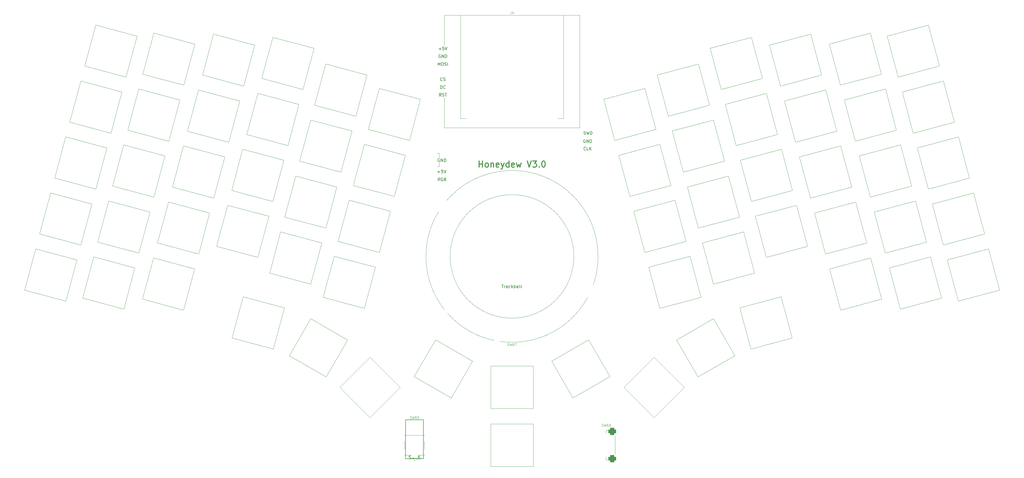
<source format=gbr>
%TF.GenerationSoftware,KiCad,Pcbnew,7.0.6*%
%TF.CreationDate,2023-07-14T15:05:39+01:00*%
%TF.ProjectId,Honeydew,486f6e65-7964-4657-972e-6b696361645f,V2.1*%
%TF.SameCoordinates,Original*%
%TF.FileFunction,Legend,Top*%
%TF.FilePolarity,Positive*%
%FSLAX46Y46*%
G04 Gerber Fmt 4.6, Leading zero omitted, Abs format (unit mm)*
G04 Created by KiCad (PCBNEW 7.0.6) date 2023-07-14 15:05:39*
%MOMM*%
%LPD*%
G01*
G04 APERTURE LIST*
G04 Aperture macros list*
%AMRoundRect*
0 Rectangle with rounded corners*
0 $1 Rounding radius*
0 $2 $3 $4 $5 $6 $7 $8 $9 X,Y pos of 4 corners*
0 Add a 4 corners polygon primitive as box body*
4,1,4,$2,$3,$4,$5,$6,$7,$8,$9,$2,$3,0*
0 Add four circle primitives for the rounded corners*
1,1,$1+$1,$2,$3*
1,1,$1+$1,$4,$5*
1,1,$1+$1,$6,$7*
1,1,$1+$1,$8,$9*
0 Add four rect primitives between the rounded corners*
20,1,$1+$1,$2,$3,$4,$5,0*
20,1,$1+$1,$4,$5,$6,$7,0*
20,1,$1+$1,$6,$7,$8,$9,0*
20,1,$1+$1,$8,$9,$2,$3,0*%
%AMRotRect*
0 Rectangle, with rotation*
0 The origin of the aperture is its center*
0 $1 length*
0 $2 width*
0 $3 Rotation angle, in degrees counterclockwise*
0 Add horizontal line*
21,1,$1,$2,0,0,$3*%
G04 Aperture macros list end*
%ADD10C,0.120000*%
%ADD11C,0.150000*%
%ADD12C,0.300000*%
%ADD13C,0.100000*%
%ADD14C,0.127000*%
%ADD15C,0.200000*%
%ADD16R,1.550000X1.300000*%
%ADD17C,3.987800*%
%ADD18C,4.000000*%
%ADD19C,3.000000*%
%ADD20C,2.200000*%
%ADD21C,4.200000*%
%ADD22C,2.000000*%
%ADD23RotRect,4.400000X4.400000X150.000000*%
%ADD24C,3.200000*%
%ADD25C,1.152000*%
%ADD26R,1.700000X1.700000*%
%ADD27O,1.700000X1.700000*%
%ADD28RoundRect,0.575000X-0.675000X-0.575000X0.675000X-0.575000X0.675000X0.575000X-0.675000X0.575000X0*%
%ADD29C,5.600000*%
%ADD30C,4.400000*%
%ADD31R,2.200000X2.200000*%
%ADD32C,1.700000*%
%ADD33R,1.200000X1.200000*%
%ADD34C,1.200000*%
G04 APERTURE END LIST*
D10*
X182999983Y-97700022D02*
X181099991Y-97700022D01*
X181099999Y-63700033D02*
X175749989Y-63700032D01*
X174100010Y-112030019D02*
X174100005Y-113500026D01*
X173399998Y-113500026D02*
X174100001Y-113500030D01*
X214899981Y-97700022D02*
X214899985Y-63700035D01*
X181099991Y-97700022D02*
X181099999Y-63700033D01*
X173399997Y-109050031D02*
X174100001Y-109050027D01*
X214899981Y-97700022D02*
X212999992Y-97700020D01*
X174100001Y-109050027D02*
X174099999Y-110530018D01*
D11*
X173614292Y-115203884D02*
X174376197Y-115203884D01*
X173995244Y-115584837D02*
X173995244Y-114822932D01*
X175328577Y-114584837D02*
X174852387Y-114584837D01*
X174852387Y-114584837D02*
X174804768Y-115061027D01*
X174804768Y-115061027D02*
X174852387Y-115013408D01*
X174852387Y-115013408D02*
X174947625Y-114965789D01*
X174947625Y-114965789D02*
X175185720Y-114965789D01*
X175185720Y-114965789D02*
X175280958Y-115013408D01*
X175280958Y-115013408D02*
X175328577Y-115061027D01*
X175328577Y-115061027D02*
X175376196Y-115156265D01*
X175376196Y-115156265D02*
X175376196Y-115394360D01*
X175376196Y-115394360D02*
X175328577Y-115489598D01*
X175328577Y-115489598D02*
X175280958Y-115537218D01*
X175280958Y-115537218D02*
X175185720Y-115584837D01*
X175185720Y-115584837D02*
X174947625Y-115584837D01*
X174947625Y-115584837D02*
X174852387Y-115537218D01*
X174852387Y-115537218D02*
X174804768Y-115489598D01*
X175661911Y-114584837D02*
X175995244Y-115584837D01*
X175995244Y-115584837D02*
X176328577Y-114584837D01*
X222038092Y-104622458D02*
X221942854Y-104574839D01*
X221942854Y-104574839D02*
X221799997Y-104574839D01*
X221799997Y-104574839D02*
X221657140Y-104622458D01*
X221657140Y-104622458D02*
X221561902Y-104717696D01*
X221561902Y-104717696D02*
X221514283Y-104812934D01*
X221514283Y-104812934D02*
X221466664Y-105003410D01*
X221466664Y-105003410D02*
X221466664Y-105146267D01*
X221466664Y-105146267D02*
X221514283Y-105336743D01*
X221514283Y-105336743D02*
X221561902Y-105431981D01*
X221561902Y-105431981D02*
X221657140Y-105527220D01*
X221657140Y-105527220D02*
X221799997Y-105574839D01*
X221799997Y-105574839D02*
X221895235Y-105574839D01*
X221895235Y-105574839D02*
X222038092Y-105527220D01*
X222038092Y-105527220D02*
X222085711Y-105479600D01*
X222085711Y-105479600D02*
X222085711Y-105146267D01*
X222085711Y-105146267D02*
X221895235Y-105146267D01*
X222514283Y-105574839D02*
X222514283Y-104574839D01*
X222514283Y-104574839D02*
X223085711Y-105574839D01*
X223085711Y-105574839D02*
X223085711Y-104574839D01*
X223561902Y-105574839D02*
X223561902Y-104574839D01*
X223561902Y-104574839D02*
X223799997Y-104574839D01*
X223799997Y-104574839D02*
X223942854Y-104622458D01*
X223942854Y-104622458D02*
X224038092Y-104717696D01*
X224038092Y-104717696D02*
X224085711Y-104812934D01*
X224085711Y-104812934D02*
X224133330Y-105003410D01*
X224133330Y-105003410D02*
X224133330Y-105146267D01*
X224133330Y-105146267D02*
X224085711Y-105336743D01*
X224085711Y-105336743D02*
X224038092Y-105431981D01*
X224038092Y-105431981D02*
X223942854Y-105527220D01*
X223942854Y-105527220D02*
X223799997Y-105574839D01*
X223799997Y-105574839D02*
X223561902Y-105574839D01*
X222204755Y-107944617D02*
X222157136Y-107992237D01*
X222157136Y-107992237D02*
X222014279Y-108039856D01*
X222014279Y-108039856D02*
X221919041Y-108039856D01*
X221919041Y-108039856D02*
X221776184Y-107992237D01*
X221776184Y-107992237D02*
X221680946Y-107896998D01*
X221680946Y-107896998D02*
X221633327Y-107801760D01*
X221633327Y-107801760D02*
X221585708Y-107611284D01*
X221585708Y-107611284D02*
X221585708Y-107468427D01*
X221585708Y-107468427D02*
X221633327Y-107277951D01*
X221633327Y-107277951D02*
X221680946Y-107182713D01*
X221680946Y-107182713D02*
X221776184Y-107087475D01*
X221776184Y-107087475D02*
X221919041Y-107039856D01*
X221919041Y-107039856D02*
X222014279Y-107039856D01*
X222014279Y-107039856D02*
X222157136Y-107087475D01*
X222157136Y-107087475D02*
X222204755Y-107135094D01*
X223109517Y-108039856D02*
X222633327Y-108039856D01*
X222633327Y-108039856D02*
X222633327Y-107039856D01*
X223442851Y-108039856D02*
X223442851Y-107039856D01*
X224014279Y-108039856D02*
X223585708Y-107468427D01*
X224014279Y-107039856D02*
X223442851Y-107611284D01*
X221542884Y-102892234D02*
X221685741Y-102939853D01*
X221685741Y-102939853D02*
X221923836Y-102939853D01*
X221923836Y-102939853D02*
X222019074Y-102892234D01*
X222019074Y-102892234D02*
X222066693Y-102844614D01*
X222066693Y-102844614D02*
X222114312Y-102749376D01*
X222114312Y-102749376D02*
X222114312Y-102654138D01*
X222114312Y-102654138D02*
X222066693Y-102558900D01*
X222066693Y-102558900D02*
X222019074Y-102511281D01*
X222019074Y-102511281D02*
X221923836Y-102463662D01*
X221923836Y-102463662D02*
X221733360Y-102416043D01*
X221733360Y-102416043D02*
X221638122Y-102368424D01*
X221638122Y-102368424D02*
X221590503Y-102320805D01*
X221590503Y-102320805D02*
X221542884Y-102225567D01*
X221542884Y-102225567D02*
X221542884Y-102130329D01*
X221542884Y-102130329D02*
X221590503Y-102035091D01*
X221590503Y-102035091D02*
X221638122Y-101987472D01*
X221638122Y-101987472D02*
X221733360Y-101939853D01*
X221733360Y-101939853D02*
X221971455Y-101939853D01*
X221971455Y-101939853D02*
X222114312Y-101987472D01*
X222447646Y-101939853D02*
X222685741Y-102939853D01*
X222685741Y-102939853D02*
X222876217Y-102225567D01*
X222876217Y-102225567D02*
X223066693Y-102939853D01*
X223066693Y-102939853D02*
X223304789Y-101939853D01*
X223685741Y-102939853D02*
X223685741Y-101939853D01*
X223685741Y-101939853D02*
X223923836Y-101939853D01*
X223923836Y-101939853D02*
X224066693Y-101987472D01*
X224066693Y-101987472D02*
X224161931Y-102082710D01*
X224161931Y-102082710D02*
X224209550Y-102177948D01*
X224209550Y-102177948D02*
X224257169Y-102368424D01*
X224257169Y-102368424D02*
X224257169Y-102511281D01*
X224257169Y-102511281D02*
X224209550Y-102701757D01*
X224209550Y-102701757D02*
X224161931Y-102796995D01*
X224161931Y-102796995D02*
X224066693Y-102892234D01*
X224066693Y-102892234D02*
X223923836Y-102939853D01*
X223923836Y-102939853D02*
X223685741Y-102939853D01*
D12*
X187190492Y-113659671D02*
X187190492Y-111659671D01*
X187190492Y-112612052D02*
X188333349Y-112612052D01*
X188333349Y-113659671D02*
X188333349Y-111659671D01*
X189571444Y-113659671D02*
X189380968Y-113564433D01*
X189380968Y-113564433D02*
X189285730Y-113469194D01*
X189285730Y-113469194D02*
X189190492Y-113278718D01*
X189190492Y-113278718D02*
X189190492Y-112707290D01*
X189190492Y-112707290D02*
X189285730Y-112516813D01*
X189285730Y-112516813D02*
X189380968Y-112421575D01*
X189380968Y-112421575D02*
X189571444Y-112326337D01*
X189571444Y-112326337D02*
X189857159Y-112326337D01*
X189857159Y-112326337D02*
X190047635Y-112421575D01*
X190047635Y-112421575D02*
X190142873Y-112516813D01*
X190142873Y-112516813D02*
X190238111Y-112707290D01*
X190238111Y-112707290D02*
X190238111Y-113278718D01*
X190238111Y-113278718D02*
X190142873Y-113469194D01*
X190142873Y-113469194D02*
X190047635Y-113564433D01*
X190047635Y-113564433D02*
X189857159Y-113659671D01*
X189857159Y-113659671D02*
X189571444Y-113659671D01*
X191095254Y-112326337D02*
X191095254Y-113659671D01*
X191095254Y-112516813D02*
X191190492Y-112421575D01*
X191190492Y-112421575D02*
X191380968Y-112326337D01*
X191380968Y-112326337D02*
X191666683Y-112326337D01*
X191666683Y-112326337D02*
X191857159Y-112421575D01*
X191857159Y-112421575D02*
X191952397Y-112612052D01*
X191952397Y-112612052D02*
X191952397Y-113659671D01*
X193666683Y-113564433D02*
X193476207Y-113659671D01*
X193476207Y-113659671D02*
X193095254Y-113659671D01*
X193095254Y-113659671D02*
X192904778Y-113564433D01*
X192904778Y-113564433D02*
X192809540Y-113373956D01*
X192809540Y-113373956D02*
X192809540Y-112612052D01*
X192809540Y-112612052D02*
X192904778Y-112421575D01*
X192904778Y-112421575D02*
X193095254Y-112326337D01*
X193095254Y-112326337D02*
X193476207Y-112326337D01*
X193476207Y-112326337D02*
X193666683Y-112421575D01*
X193666683Y-112421575D02*
X193761921Y-112612052D01*
X193761921Y-112612052D02*
X193761921Y-112802528D01*
X193761921Y-112802528D02*
X192809540Y-112993004D01*
X194428588Y-112326337D02*
X194904778Y-113659671D01*
X195380969Y-112326337D02*
X194904778Y-113659671D01*
X194904778Y-113659671D02*
X194714302Y-114135861D01*
X194714302Y-114135861D02*
X194619064Y-114231099D01*
X194619064Y-114231099D02*
X194428588Y-114326337D01*
X197000017Y-113659671D02*
X197000017Y-111659671D01*
X197000017Y-113564433D02*
X196809541Y-113659671D01*
X196809541Y-113659671D02*
X196428588Y-113659671D01*
X196428588Y-113659671D02*
X196238112Y-113564433D01*
X196238112Y-113564433D02*
X196142874Y-113469194D01*
X196142874Y-113469194D02*
X196047636Y-113278718D01*
X196047636Y-113278718D02*
X196047636Y-112707290D01*
X196047636Y-112707290D02*
X196142874Y-112516813D01*
X196142874Y-112516813D02*
X196238112Y-112421575D01*
X196238112Y-112421575D02*
X196428588Y-112326337D01*
X196428588Y-112326337D02*
X196809541Y-112326337D01*
X196809541Y-112326337D02*
X197000017Y-112421575D01*
X198714303Y-113564433D02*
X198523827Y-113659671D01*
X198523827Y-113659671D02*
X198142874Y-113659671D01*
X198142874Y-113659671D02*
X197952398Y-113564433D01*
X197952398Y-113564433D02*
X197857160Y-113373956D01*
X197857160Y-113373956D02*
X197857160Y-112612052D01*
X197857160Y-112612052D02*
X197952398Y-112421575D01*
X197952398Y-112421575D02*
X198142874Y-112326337D01*
X198142874Y-112326337D02*
X198523827Y-112326337D01*
X198523827Y-112326337D02*
X198714303Y-112421575D01*
X198714303Y-112421575D02*
X198809541Y-112612052D01*
X198809541Y-112612052D02*
X198809541Y-112802528D01*
X198809541Y-112802528D02*
X197857160Y-112993004D01*
X199476208Y-112326337D02*
X199857160Y-113659671D01*
X199857160Y-113659671D02*
X200238113Y-112707290D01*
X200238113Y-112707290D02*
X200619065Y-113659671D01*
X200619065Y-113659671D02*
X201000017Y-112326337D01*
X203000018Y-111659671D02*
X203666684Y-113659671D01*
X203666684Y-113659671D02*
X204333351Y-111659671D01*
X204809542Y-111659671D02*
X206047637Y-111659671D01*
X206047637Y-111659671D02*
X205380970Y-112421575D01*
X205380970Y-112421575D02*
X205666685Y-112421575D01*
X205666685Y-112421575D02*
X205857161Y-112516813D01*
X205857161Y-112516813D02*
X205952399Y-112612052D01*
X205952399Y-112612052D02*
X206047637Y-112802528D01*
X206047637Y-112802528D02*
X206047637Y-113278718D01*
X206047637Y-113278718D02*
X205952399Y-113469194D01*
X205952399Y-113469194D02*
X205857161Y-113564433D01*
X205857161Y-113564433D02*
X205666685Y-113659671D01*
X205666685Y-113659671D02*
X205095256Y-113659671D01*
X205095256Y-113659671D02*
X204904780Y-113564433D01*
X204904780Y-113564433D02*
X204809542Y-113469194D01*
X206904780Y-113469194D02*
X207000018Y-113564433D01*
X207000018Y-113564433D02*
X206904780Y-113659671D01*
X206904780Y-113659671D02*
X206809542Y-113564433D01*
X206809542Y-113564433D02*
X206904780Y-113469194D01*
X206904780Y-113469194D02*
X206904780Y-113659671D01*
X208238113Y-111659671D02*
X208428590Y-111659671D01*
X208428590Y-111659671D02*
X208619066Y-111754909D01*
X208619066Y-111754909D02*
X208714304Y-111850147D01*
X208714304Y-111850147D02*
X208809542Y-112040623D01*
X208809542Y-112040623D02*
X208904780Y-112421575D01*
X208904780Y-112421575D02*
X208904780Y-112897766D01*
X208904780Y-112897766D02*
X208809542Y-113278718D01*
X208809542Y-113278718D02*
X208714304Y-113469194D01*
X208714304Y-113469194D02*
X208619066Y-113564433D01*
X208619066Y-113564433D02*
X208428590Y-113659671D01*
X208428590Y-113659671D02*
X208238113Y-113659671D01*
X208238113Y-113659671D02*
X208047637Y-113564433D01*
X208047637Y-113564433D02*
X207952399Y-113469194D01*
X207952399Y-113469194D02*
X207857161Y-113278718D01*
X207857161Y-113278718D02*
X207761923Y-112897766D01*
X207761923Y-112897766D02*
X207761923Y-112421575D01*
X207761923Y-112421575D02*
X207857161Y-112040623D01*
X207857161Y-112040623D02*
X207952399Y-111850147D01*
X207952399Y-111850147D02*
X208047637Y-111754909D01*
X208047637Y-111754909D02*
X208238113Y-111659671D01*
D11*
X174309531Y-118184839D02*
X173976198Y-117708648D01*
X173738103Y-118184839D02*
X173738103Y-117184839D01*
X173738103Y-117184839D02*
X174119055Y-117184839D01*
X174119055Y-117184839D02*
X174214293Y-117232458D01*
X174214293Y-117232458D02*
X174261912Y-117280077D01*
X174261912Y-117280077D02*
X174309531Y-117375315D01*
X174309531Y-117375315D02*
X174309531Y-117518172D01*
X174309531Y-117518172D02*
X174261912Y-117613410D01*
X174261912Y-117613410D02*
X174214293Y-117661029D01*
X174214293Y-117661029D02*
X174119055Y-117708648D01*
X174119055Y-117708648D02*
X173738103Y-117708648D01*
X175261912Y-117232458D02*
X175166674Y-117184839D01*
X175166674Y-117184839D02*
X175023817Y-117184839D01*
X175023817Y-117184839D02*
X174880960Y-117232458D01*
X174880960Y-117232458D02*
X174785722Y-117327696D01*
X174785722Y-117327696D02*
X174738103Y-117422934D01*
X174738103Y-117422934D02*
X174690484Y-117613410D01*
X174690484Y-117613410D02*
X174690484Y-117756267D01*
X174690484Y-117756267D02*
X174738103Y-117946743D01*
X174738103Y-117946743D02*
X174785722Y-118041981D01*
X174785722Y-118041981D02*
X174880960Y-118137220D01*
X174880960Y-118137220D02*
X175023817Y-118184839D01*
X175023817Y-118184839D02*
X175119055Y-118184839D01*
X175119055Y-118184839D02*
X175261912Y-118137220D01*
X175261912Y-118137220D02*
X175309531Y-118089600D01*
X175309531Y-118089600D02*
X175309531Y-117756267D01*
X175309531Y-117756267D02*
X175119055Y-117756267D01*
X176071436Y-117661029D02*
X176214293Y-117708648D01*
X176214293Y-117708648D02*
X176261912Y-117756267D01*
X176261912Y-117756267D02*
X176309531Y-117851505D01*
X176309531Y-117851505D02*
X176309531Y-117994362D01*
X176309531Y-117994362D02*
X176261912Y-118089600D01*
X176261912Y-118089600D02*
X176214293Y-118137220D01*
X176214293Y-118137220D02*
X176119055Y-118184839D01*
X176119055Y-118184839D02*
X175738103Y-118184839D01*
X175738103Y-118184839D02*
X175738103Y-117184839D01*
X175738103Y-117184839D02*
X176071436Y-117184839D01*
X176071436Y-117184839D02*
X176166674Y-117232458D01*
X176166674Y-117232458D02*
X176214293Y-117280077D01*
X176214293Y-117280077D02*
X176261912Y-117375315D01*
X176261912Y-117375315D02*
X176261912Y-117470553D01*
X176261912Y-117470553D02*
X176214293Y-117565791D01*
X176214293Y-117565791D02*
X176166674Y-117613410D01*
X176166674Y-117613410D02*
X176071436Y-117661029D01*
X176071436Y-117661029D02*
X175738103Y-117661029D01*
X194590473Y-152354845D02*
X195161901Y-152354845D01*
X194876187Y-153354845D02*
X194876187Y-152354845D01*
X195495235Y-153354845D02*
X195495235Y-152688178D01*
X195495235Y-152878654D02*
X195542854Y-152783416D01*
X195542854Y-152783416D02*
X195590473Y-152735797D01*
X195590473Y-152735797D02*
X195685711Y-152688178D01*
X195685711Y-152688178D02*
X195780949Y-152688178D01*
X196542854Y-153354845D02*
X196542854Y-152831035D01*
X196542854Y-152831035D02*
X196495235Y-152735797D01*
X196495235Y-152735797D02*
X196399997Y-152688178D01*
X196399997Y-152688178D02*
X196209521Y-152688178D01*
X196209521Y-152688178D02*
X196114283Y-152735797D01*
X196542854Y-153307226D02*
X196447616Y-153354845D01*
X196447616Y-153354845D02*
X196209521Y-153354845D01*
X196209521Y-153354845D02*
X196114283Y-153307226D01*
X196114283Y-153307226D02*
X196066664Y-153211987D01*
X196066664Y-153211987D02*
X196066664Y-153116749D01*
X196066664Y-153116749D02*
X196114283Y-153021511D01*
X196114283Y-153021511D02*
X196209521Y-152973892D01*
X196209521Y-152973892D02*
X196447616Y-152973892D01*
X196447616Y-152973892D02*
X196542854Y-152926273D01*
X197447616Y-153307226D02*
X197352378Y-153354845D01*
X197352378Y-153354845D02*
X197161902Y-153354845D01*
X197161902Y-153354845D02*
X197066664Y-153307226D01*
X197066664Y-153307226D02*
X197019045Y-153259606D01*
X197019045Y-153259606D02*
X196971426Y-153164368D01*
X196971426Y-153164368D02*
X196971426Y-152878654D01*
X196971426Y-152878654D02*
X197019045Y-152783416D01*
X197019045Y-152783416D02*
X197066664Y-152735797D01*
X197066664Y-152735797D02*
X197161902Y-152688178D01*
X197161902Y-152688178D02*
X197352378Y-152688178D01*
X197352378Y-152688178D02*
X197447616Y-152735797D01*
X197876188Y-153354845D02*
X197876188Y-152354845D01*
X197971426Y-152973892D02*
X198257140Y-153354845D01*
X198257140Y-152688178D02*
X197876188Y-153069130D01*
X198685712Y-153354845D02*
X198685712Y-152354845D01*
X198685712Y-152735797D02*
X198780950Y-152688178D01*
X198780950Y-152688178D02*
X198971426Y-152688178D01*
X198971426Y-152688178D02*
X199066664Y-152735797D01*
X199066664Y-152735797D02*
X199114283Y-152783416D01*
X199114283Y-152783416D02*
X199161902Y-152878654D01*
X199161902Y-152878654D02*
X199161902Y-153164368D01*
X199161902Y-153164368D02*
X199114283Y-153259606D01*
X199114283Y-153259606D02*
X199066664Y-153307226D01*
X199066664Y-153307226D02*
X198971426Y-153354845D01*
X198971426Y-153354845D02*
X198780950Y-153354845D01*
X198780950Y-153354845D02*
X198685712Y-153307226D01*
X200019045Y-153354845D02*
X200019045Y-152831035D01*
X200019045Y-152831035D02*
X199971426Y-152735797D01*
X199971426Y-152735797D02*
X199876188Y-152688178D01*
X199876188Y-152688178D02*
X199685712Y-152688178D01*
X199685712Y-152688178D02*
X199590474Y-152735797D01*
X200019045Y-153307226D02*
X199923807Y-153354845D01*
X199923807Y-153354845D02*
X199685712Y-153354845D01*
X199685712Y-153354845D02*
X199590474Y-153307226D01*
X199590474Y-153307226D02*
X199542855Y-153211987D01*
X199542855Y-153211987D02*
X199542855Y-153116749D01*
X199542855Y-153116749D02*
X199590474Y-153021511D01*
X199590474Y-153021511D02*
X199685712Y-152973892D01*
X199685712Y-152973892D02*
X199923807Y-152973892D01*
X199923807Y-152973892D02*
X200019045Y-152926273D01*
X200638093Y-153354845D02*
X200542855Y-153307226D01*
X200542855Y-153307226D02*
X200495236Y-153211987D01*
X200495236Y-153211987D02*
X200495236Y-152354845D01*
X201161903Y-153354845D02*
X201066665Y-153307226D01*
X201066665Y-153307226D02*
X201019046Y-153211987D01*
X201019046Y-153211987D02*
X201019046Y-152354845D01*
X174238099Y-110932460D02*
X174142861Y-110884841D01*
X174142861Y-110884841D02*
X174000004Y-110884841D01*
X174000004Y-110884841D02*
X173857147Y-110932460D01*
X173857147Y-110932460D02*
X173761909Y-111027698D01*
X173761909Y-111027698D02*
X173714290Y-111122936D01*
X173714290Y-111122936D02*
X173666671Y-111313412D01*
X173666671Y-111313412D02*
X173666671Y-111456269D01*
X173666671Y-111456269D02*
X173714290Y-111646745D01*
X173714290Y-111646745D02*
X173761909Y-111741983D01*
X173761909Y-111741983D02*
X173857147Y-111837222D01*
X173857147Y-111837222D02*
X174000004Y-111884841D01*
X174000004Y-111884841D02*
X174095242Y-111884841D01*
X174095242Y-111884841D02*
X174238099Y-111837222D01*
X174238099Y-111837222D02*
X174285718Y-111789602D01*
X174285718Y-111789602D02*
X174285718Y-111456269D01*
X174285718Y-111456269D02*
X174095242Y-111456269D01*
X174714290Y-111884841D02*
X174714290Y-110884841D01*
X174714290Y-110884841D02*
X175285718Y-111884841D01*
X175285718Y-111884841D02*
X175285718Y-110884841D01*
X175761909Y-111884841D02*
X175761909Y-110884841D01*
X175761909Y-110884841D02*
X176000004Y-110884841D01*
X176000004Y-110884841D02*
X176142861Y-110932460D01*
X176142861Y-110932460D02*
X176238099Y-111027698D01*
X176238099Y-111027698D02*
X176285718Y-111122936D01*
X176285718Y-111122936D02*
X176333337Y-111313412D01*
X176333337Y-111313412D02*
X176333337Y-111456269D01*
X176333337Y-111456269D02*
X176285718Y-111646745D01*
X176285718Y-111646745D02*
X176238099Y-111741983D01*
X176238099Y-111741983D02*
X176142861Y-111837222D01*
X176142861Y-111837222D02*
X176000004Y-111884841D01*
X176000004Y-111884841D02*
X175761909Y-111884841D01*
X164190476Y-209507200D02*
X164333333Y-209554819D01*
X164333333Y-209554819D02*
X164571428Y-209554819D01*
X164571428Y-209554819D02*
X164666666Y-209507200D01*
X164666666Y-209507200D02*
X164714285Y-209459580D01*
X164714285Y-209459580D02*
X164761904Y-209364342D01*
X164761904Y-209364342D02*
X164761904Y-209269104D01*
X164761904Y-209269104D02*
X164714285Y-209173866D01*
X164714285Y-209173866D02*
X164666666Y-209126247D01*
X164666666Y-209126247D02*
X164571428Y-209078628D01*
X164571428Y-209078628D02*
X164380952Y-209031009D01*
X164380952Y-209031009D02*
X164285714Y-208983390D01*
X164285714Y-208983390D02*
X164238095Y-208935771D01*
X164238095Y-208935771D02*
X164190476Y-208840533D01*
X164190476Y-208840533D02*
X164190476Y-208745295D01*
X164190476Y-208745295D02*
X164238095Y-208650057D01*
X164238095Y-208650057D02*
X164285714Y-208602438D01*
X164285714Y-208602438D02*
X164380952Y-208554819D01*
X164380952Y-208554819D02*
X164619047Y-208554819D01*
X164619047Y-208554819D02*
X164761904Y-208602438D01*
X165095238Y-208554819D02*
X165333333Y-209554819D01*
X165333333Y-209554819D02*
X165523809Y-208840533D01*
X165523809Y-208840533D02*
X165714285Y-209554819D01*
X165714285Y-209554819D02*
X165952381Y-208554819D01*
X166761904Y-208554819D02*
X166571428Y-208554819D01*
X166571428Y-208554819D02*
X166476190Y-208602438D01*
X166476190Y-208602438D02*
X166428571Y-208650057D01*
X166428571Y-208650057D02*
X166333333Y-208792914D01*
X166333333Y-208792914D02*
X166285714Y-208983390D01*
X166285714Y-208983390D02*
X166285714Y-209364342D01*
X166285714Y-209364342D02*
X166333333Y-209459580D01*
X166333333Y-209459580D02*
X166380952Y-209507200D01*
X166380952Y-209507200D02*
X166476190Y-209554819D01*
X166476190Y-209554819D02*
X166666666Y-209554819D01*
X166666666Y-209554819D02*
X166761904Y-209507200D01*
X166761904Y-209507200D02*
X166809523Y-209459580D01*
X166809523Y-209459580D02*
X166857142Y-209364342D01*
X166857142Y-209364342D02*
X166857142Y-209126247D01*
X166857142Y-209126247D02*
X166809523Y-209031009D01*
X166809523Y-209031009D02*
X166761904Y-208983390D01*
X166761904Y-208983390D02*
X166666666Y-208935771D01*
X166666666Y-208935771D02*
X166476190Y-208935771D01*
X166476190Y-208935771D02*
X166380952Y-208983390D01*
X166380952Y-208983390D02*
X166333333Y-209031009D01*
X166333333Y-209031009D02*
X166285714Y-209126247D01*
X167714285Y-208554819D02*
X167523809Y-208554819D01*
X167523809Y-208554819D02*
X167428571Y-208602438D01*
X167428571Y-208602438D02*
X167380952Y-208650057D01*
X167380952Y-208650057D02*
X167285714Y-208792914D01*
X167285714Y-208792914D02*
X167238095Y-208983390D01*
X167238095Y-208983390D02*
X167238095Y-209364342D01*
X167238095Y-209364342D02*
X167285714Y-209459580D01*
X167285714Y-209459580D02*
X167333333Y-209507200D01*
X167333333Y-209507200D02*
X167428571Y-209554819D01*
X167428571Y-209554819D02*
X167619047Y-209554819D01*
X167619047Y-209554819D02*
X167714285Y-209507200D01*
X167714285Y-209507200D02*
X167761904Y-209459580D01*
X167761904Y-209459580D02*
X167809523Y-209364342D01*
X167809523Y-209364342D02*
X167809523Y-209126247D01*
X167809523Y-209126247D02*
X167761904Y-209031009D01*
X167761904Y-209031009D02*
X167714285Y-208983390D01*
X167714285Y-208983390D02*
X167619047Y-208935771D01*
X167619047Y-208935771D02*
X167428571Y-208935771D01*
X167428571Y-208935771D02*
X167333333Y-208983390D01*
X167333333Y-208983390D02*
X167285714Y-209031009D01*
X167285714Y-209031009D02*
X167238095Y-209126247D01*
D13*
X196552374Y-172326830D02*
X196666660Y-172364925D01*
X196666660Y-172364925D02*
X196857136Y-172364925D01*
X196857136Y-172364925D02*
X196933327Y-172326830D01*
X196933327Y-172326830D02*
X196971422Y-172288734D01*
X196971422Y-172288734D02*
X197009517Y-172212544D01*
X197009517Y-172212544D02*
X197009517Y-172136353D01*
X197009517Y-172136353D02*
X196971422Y-172060163D01*
X196971422Y-172060163D02*
X196933327Y-172022068D01*
X196933327Y-172022068D02*
X196857136Y-171983972D01*
X196857136Y-171983972D02*
X196704755Y-171945877D01*
X196704755Y-171945877D02*
X196628565Y-171907782D01*
X196628565Y-171907782D02*
X196590470Y-171869687D01*
X196590470Y-171869687D02*
X196552374Y-171793496D01*
X196552374Y-171793496D02*
X196552374Y-171717306D01*
X196552374Y-171717306D02*
X196590470Y-171641115D01*
X196590470Y-171641115D02*
X196628565Y-171603020D01*
X196628565Y-171603020D02*
X196704755Y-171564925D01*
X196704755Y-171564925D02*
X196895232Y-171564925D01*
X196895232Y-171564925D02*
X197009517Y-171603020D01*
X197276184Y-171564925D02*
X197466660Y-172364925D01*
X197466660Y-172364925D02*
X197619041Y-171793496D01*
X197619041Y-171793496D02*
X197771422Y-172364925D01*
X197771422Y-172364925D02*
X197961899Y-171564925D01*
X198609518Y-171564925D02*
X198457137Y-171564925D01*
X198457137Y-171564925D02*
X198380946Y-171603020D01*
X198380946Y-171603020D02*
X198342851Y-171641115D01*
X198342851Y-171641115D02*
X198266661Y-171755401D01*
X198266661Y-171755401D02*
X198228565Y-171907782D01*
X198228565Y-171907782D02*
X198228565Y-172212544D01*
X198228565Y-172212544D02*
X198266661Y-172288734D01*
X198266661Y-172288734D02*
X198304756Y-172326830D01*
X198304756Y-172326830D02*
X198380946Y-172364925D01*
X198380946Y-172364925D02*
X198533327Y-172364925D01*
X198533327Y-172364925D02*
X198609518Y-172326830D01*
X198609518Y-172326830D02*
X198647613Y-172288734D01*
X198647613Y-172288734D02*
X198685708Y-172212544D01*
X198685708Y-172212544D02*
X198685708Y-172022068D01*
X198685708Y-172022068D02*
X198647613Y-171945877D01*
X198647613Y-171945877D02*
X198609518Y-171907782D01*
X198609518Y-171907782D02*
X198533327Y-171869687D01*
X198533327Y-171869687D02*
X198380946Y-171869687D01*
X198380946Y-171869687D02*
X198304756Y-171907782D01*
X198304756Y-171907782D02*
X198266661Y-171945877D01*
X198266661Y-171945877D02*
X198228565Y-172022068D01*
X198952375Y-171564925D02*
X199485709Y-171564925D01*
X199485709Y-171564925D02*
X199142851Y-172364925D01*
X197733325Y-62514925D02*
X197733325Y-63086353D01*
X197733325Y-63086353D02*
X197695230Y-63200639D01*
X197695230Y-63200639D02*
X197619039Y-63276830D01*
X197619039Y-63276830D02*
X197504754Y-63314925D01*
X197504754Y-63314925D02*
X197428563Y-63314925D01*
X198457135Y-62781591D02*
X198457135Y-63314925D01*
X198266659Y-62476830D02*
X198076182Y-63048258D01*
X198076182Y-63048258D02*
X198571421Y-63048258D01*
D11*
X173728564Y-80254849D02*
X173728564Y-79254849D01*
X173728564Y-79254849D02*
X174061897Y-79969134D01*
X174061897Y-79969134D02*
X174395230Y-79254849D01*
X174395230Y-79254849D02*
X174395230Y-80254849D01*
X175061897Y-79254849D02*
X175252373Y-79254849D01*
X175252373Y-79254849D02*
X175347611Y-79302468D01*
X175347611Y-79302468D02*
X175442849Y-79397706D01*
X175442849Y-79397706D02*
X175490468Y-79588182D01*
X175490468Y-79588182D02*
X175490468Y-79921515D01*
X175490468Y-79921515D02*
X175442849Y-80111991D01*
X175442849Y-80111991D02*
X175347611Y-80207230D01*
X175347611Y-80207230D02*
X175252373Y-80254849D01*
X175252373Y-80254849D02*
X175061897Y-80254849D01*
X175061897Y-80254849D02*
X174966659Y-80207230D01*
X174966659Y-80207230D02*
X174871421Y-80111991D01*
X174871421Y-80111991D02*
X174823802Y-79921515D01*
X174823802Y-79921515D02*
X174823802Y-79588182D01*
X174823802Y-79588182D02*
X174871421Y-79397706D01*
X174871421Y-79397706D02*
X174966659Y-79302468D01*
X174966659Y-79302468D02*
X175061897Y-79254849D01*
X175871421Y-80207230D02*
X176014278Y-80254849D01*
X176014278Y-80254849D02*
X176252373Y-80254849D01*
X176252373Y-80254849D02*
X176347611Y-80207230D01*
X176347611Y-80207230D02*
X176395230Y-80159610D01*
X176395230Y-80159610D02*
X176442849Y-80064372D01*
X176442849Y-80064372D02*
X176442849Y-79969134D01*
X176442849Y-79969134D02*
X176395230Y-79873896D01*
X176395230Y-79873896D02*
X176347611Y-79826277D01*
X176347611Y-79826277D02*
X176252373Y-79778658D01*
X176252373Y-79778658D02*
X176061897Y-79731039D01*
X176061897Y-79731039D02*
X175966659Y-79683420D01*
X175966659Y-79683420D02*
X175919040Y-79635801D01*
X175919040Y-79635801D02*
X175871421Y-79540563D01*
X175871421Y-79540563D02*
X175871421Y-79445325D01*
X175871421Y-79445325D02*
X175919040Y-79350087D01*
X175919040Y-79350087D02*
X175966659Y-79302468D01*
X175966659Y-79302468D02*
X176061897Y-79254849D01*
X176061897Y-79254849D02*
X176299992Y-79254849D01*
X176299992Y-79254849D02*
X176442849Y-79302468D01*
X176871421Y-80254849D02*
X176871421Y-79254849D01*
X174752372Y-90354849D02*
X174419039Y-89878658D01*
X174180944Y-90354849D02*
X174180944Y-89354849D01*
X174180944Y-89354849D02*
X174561896Y-89354849D01*
X174561896Y-89354849D02*
X174657134Y-89402468D01*
X174657134Y-89402468D02*
X174704753Y-89450087D01*
X174704753Y-89450087D02*
X174752372Y-89545325D01*
X174752372Y-89545325D02*
X174752372Y-89688182D01*
X174752372Y-89688182D02*
X174704753Y-89783420D01*
X174704753Y-89783420D02*
X174657134Y-89831039D01*
X174657134Y-89831039D02*
X174561896Y-89878658D01*
X174561896Y-89878658D02*
X174180944Y-89878658D01*
X175133325Y-90307230D02*
X175276182Y-90354849D01*
X175276182Y-90354849D02*
X175514277Y-90354849D01*
X175514277Y-90354849D02*
X175609515Y-90307230D01*
X175609515Y-90307230D02*
X175657134Y-90259610D01*
X175657134Y-90259610D02*
X175704753Y-90164372D01*
X175704753Y-90164372D02*
X175704753Y-90069134D01*
X175704753Y-90069134D02*
X175657134Y-89973896D01*
X175657134Y-89973896D02*
X175609515Y-89926277D01*
X175609515Y-89926277D02*
X175514277Y-89878658D01*
X175514277Y-89878658D02*
X175323801Y-89831039D01*
X175323801Y-89831039D02*
X175228563Y-89783420D01*
X175228563Y-89783420D02*
X175180944Y-89735801D01*
X175180944Y-89735801D02*
X175133325Y-89640563D01*
X175133325Y-89640563D02*
X175133325Y-89545325D01*
X175133325Y-89545325D02*
X175180944Y-89450087D01*
X175180944Y-89450087D02*
X175228563Y-89402468D01*
X175228563Y-89402468D02*
X175323801Y-89354849D01*
X175323801Y-89354849D02*
X175561896Y-89354849D01*
X175561896Y-89354849D02*
X175704753Y-89402468D01*
X175990468Y-89354849D02*
X176561896Y-89354849D01*
X176276182Y-90354849D02*
X176276182Y-89354849D01*
X175133325Y-85159610D02*
X175085706Y-85207230D01*
X175085706Y-85207230D02*
X174942849Y-85254849D01*
X174942849Y-85254849D02*
X174847611Y-85254849D01*
X174847611Y-85254849D02*
X174704754Y-85207230D01*
X174704754Y-85207230D02*
X174609516Y-85111991D01*
X174609516Y-85111991D02*
X174561897Y-85016753D01*
X174561897Y-85016753D02*
X174514278Y-84826277D01*
X174514278Y-84826277D02*
X174514278Y-84683420D01*
X174514278Y-84683420D02*
X174561897Y-84492944D01*
X174561897Y-84492944D02*
X174609516Y-84397706D01*
X174609516Y-84397706D02*
X174704754Y-84302468D01*
X174704754Y-84302468D02*
X174847611Y-84254849D01*
X174847611Y-84254849D02*
X174942849Y-84254849D01*
X174942849Y-84254849D02*
X175085706Y-84302468D01*
X175085706Y-84302468D02*
X175133325Y-84350087D01*
X175514278Y-85207230D02*
X175657135Y-85254849D01*
X175657135Y-85254849D02*
X175895230Y-85254849D01*
X175895230Y-85254849D02*
X175990468Y-85207230D01*
X175990468Y-85207230D02*
X176038087Y-85159610D01*
X176038087Y-85159610D02*
X176085706Y-85064372D01*
X176085706Y-85064372D02*
X176085706Y-84969134D01*
X176085706Y-84969134D02*
X176038087Y-84873896D01*
X176038087Y-84873896D02*
X175990468Y-84826277D01*
X175990468Y-84826277D02*
X175895230Y-84778658D01*
X175895230Y-84778658D02*
X175704754Y-84731039D01*
X175704754Y-84731039D02*
X175609516Y-84683420D01*
X175609516Y-84683420D02*
X175561897Y-84635801D01*
X175561897Y-84635801D02*
X175514278Y-84540563D01*
X175514278Y-84540563D02*
X175514278Y-84445325D01*
X175514278Y-84445325D02*
X175561897Y-84350087D01*
X175561897Y-84350087D02*
X175609516Y-84302468D01*
X175609516Y-84302468D02*
X175704754Y-84254849D01*
X175704754Y-84254849D02*
X175942849Y-84254849D01*
X175942849Y-84254849D02*
X176085706Y-84302468D01*
X174538087Y-87854849D02*
X174538087Y-86854849D01*
X174538087Y-86854849D02*
X174776182Y-86854849D01*
X174776182Y-86854849D02*
X174919039Y-86902468D01*
X174919039Y-86902468D02*
X175014277Y-86997706D01*
X175014277Y-86997706D02*
X175061896Y-87092944D01*
X175061896Y-87092944D02*
X175109515Y-87283420D01*
X175109515Y-87283420D02*
X175109515Y-87426277D01*
X175109515Y-87426277D02*
X175061896Y-87616753D01*
X175061896Y-87616753D02*
X175014277Y-87711991D01*
X175014277Y-87711991D02*
X174919039Y-87807230D01*
X174919039Y-87807230D02*
X174776182Y-87854849D01*
X174776182Y-87854849D02*
X174538087Y-87854849D01*
X176109515Y-87759610D02*
X176061896Y-87807230D01*
X176061896Y-87807230D02*
X175919039Y-87854849D01*
X175919039Y-87854849D02*
X175823801Y-87854849D01*
X175823801Y-87854849D02*
X175680944Y-87807230D01*
X175680944Y-87807230D02*
X175585706Y-87711991D01*
X175585706Y-87711991D02*
X175538087Y-87616753D01*
X175538087Y-87616753D02*
X175490468Y-87426277D01*
X175490468Y-87426277D02*
X175490468Y-87283420D01*
X175490468Y-87283420D02*
X175538087Y-87092944D01*
X175538087Y-87092944D02*
X175585706Y-86997706D01*
X175585706Y-86997706D02*
X175680944Y-86902468D01*
X175680944Y-86902468D02*
X175823801Y-86854849D01*
X175823801Y-86854849D02*
X175919039Y-86854849D01*
X175919039Y-86854849D02*
X176061896Y-86902468D01*
X176061896Y-86902468D02*
X176109515Y-86950087D01*
X174538087Y-76702468D02*
X174442849Y-76654849D01*
X174442849Y-76654849D02*
X174299992Y-76654849D01*
X174299992Y-76654849D02*
X174157135Y-76702468D01*
X174157135Y-76702468D02*
X174061897Y-76797706D01*
X174061897Y-76797706D02*
X174014278Y-76892944D01*
X174014278Y-76892944D02*
X173966659Y-77083420D01*
X173966659Y-77083420D02*
X173966659Y-77226277D01*
X173966659Y-77226277D02*
X174014278Y-77416753D01*
X174014278Y-77416753D02*
X174061897Y-77511991D01*
X174061897Y-77511991D02*
X174157135Y-77607230D01*
X174157135Y-77607230D02*
X174299992Y-77654849D01*
X174299992Y-77654849D02*
X174395230Y-77654849D01*
X174395230Y-77654849D02*
X174538087Y-77607230D01*
X174538087Y-77607230D02*
X174585706Y-77559610D01*
X174585706Y-77559610D02*
X174585706Y-77226277D01*
X174585706Y-77226277D02*
X174395230Y-77226277D01*
X175014278Y-77654849D02*
X175014278Y-76654849D01*
X175014278Y-76654849D02*
X175585706Y-77654849D01*
X175585706Y-77654849D02*
X175585706Y-76654849D01*
X176061897Y-77654849D02*
X176061897Y-76654849D01*
X176061897Y-76654849D02*
X176299992Y-76654849D01*
X176299992Y-76654849D02*
X176442849Y-76702468D01*
X176442849Y-76702468D02*
X176538087Y-76797706D01*
X176538087Y-76797706D02*
X176585706Y-76892944D01*
X176585706Y-76892944D02*
X176633325Y-77083420D01*
X176633325Y-77083420D02*
X176633325Y-77226277D01*
X176633325Y-77226277D02*
X176585706Y-77416753D01*
X176585706Y-77416753D02*
X176538087Y-77511991D01*
X176538087Y-77511991D02*
X176442849Y-77607230D01*
X176442849Y-77607230D02*
X176299992Y-77654849D01*
X176299992Y-77654849D02*
X176061897Y-77654849D01*
X174014278Y-74773896D02*
X174776183Y-74773896D01*
X174395230Y-75154849D02*
X174395230Y-74392944D01*
X175728563Y-74154849D02*
X175252373Y-74154849D01*
X175252373Y-74154849D02*
X175204754Y-74631039D01*
X175204754Y-74631039D02*
X175252373Y-74583420D01*
X175252373Y-74583420D02*
X175347611Y-74535801D01*
X175347611Y-74535801D02*
X175585706Y-74535801D01*
X175585706Y-74535801D02*
X175680944Y-74583420D01*
X175680944Y-74583420D02*
X175728563Y-74631039D01*
X175728563Y-74631039D02*
X175776182Y-74726277D01*
X175776182Y-74726277D02*
X175776182Y-74964372D01*
X175776182Y-74964372D02*
X175728563Y-75059610D01*
X175728563Y-75059610D02*
X175680944Y-75107230D01*
X175680944Y-75107230D02*
X175585706Y-75154849D01*
X175585706Y-75154849D02*
X175347611Y-75154849D01*
X175347611Y-75154849D02*
X175252373Y-75107230D01*
X175252373Y-75107230D02*
X175204754Y-75059610D01*
X176061897Y-74154849D02*
X176395230Y-75154849D01*
X176395230Y-75154849D02*
X176728563Y-74154849D01*
D13*
X227452374Y-198876816D02*
X227566660Y-198914911D01*
X227566660Y-198914911D02*
X227757136Y-198914911D01*
X227757136Y-198914911D02*
X227833327Y-198876816D01*
X227833327Y-198876816D02*
X227871422Y-198838720D01*
X227871422Y-198838720D02*
X227909517Y-198762530D01*
X227909517Y-198762530D02*
X227909517Y-198686339D01*
X227909517Y-198686339D02*
X227871422Y-198610149D01*
X227871422Y-198610149D02*
X227833327Y-198572054D01*
X227833327Y-198572054D02*
X227757136Y-198533958D01*
X227757136Y-198533958D02*
X227604755Y-198495863D01*
X227604755Y-198495863D02*
X227528565Y-198457768D01*
X227528565Y-198457768D02*
X227490470Y-198419673D01*
X227490470Y-198419673D02*
X227452374Y-198343482D01*
X227452374Y-198343482D02*
X227452374Y-198267292D01*
X227452374Y-198267292D02*
X227490470Y-198191101D01*
X227490470Y-198191101D02*
X227528565Y-198153006D01*
X227528565Y-198153006D02*
X227604755Y-198114911D01*
X227604755Y-198114911D02*
X227795232Y-198114911D01*
X227795232Y-198114911D02*
X227909517Y-198153006D01*
X228176184Y-198114911D02*
X228366660Y-198914911D01*
X228366660Y-198914911D02*
X228519041Y-198343482D01*
X228519041Y-198343482D02*
X228671422Y-198914911D01*
X228671422Y-198914911D02*
X228861899Y-198114911D01*
X229509518Y-198114911D02*
X229357137Y-198114911D01*
X229357137Y-198114911D02*
X229280946Y-198153006D01*
X229280946Y-198153006D02*
X229242851Y-198191101D01*
X229242851Y-198191101D02*
X229166661Y-198305387D01*
X229166661Y-198305387D02*
X229128565Y-198457768D01*
X229128565Y-198457768D02*
X229128565Y-198762530D01*
X229128565Y-198762530D02*
X229166661Y-198838720D01*
X229166661Y-198838720D02*
X229204756Y-198876816D01*
X229204756Y-198876816D02*
X229280946Y-198914911D01*
X229280946Y-198914911D02*
X229433327Y-198914911D01*
X229433327Y-198914911D02*
X229509518Y-198876816D01*
X229509518Y-198876816D02*
X229547613Y-198838720D01*
X229547613Y-198838720D02*
X229585708Y-198762530D01*
X229585708Y-198762530D02*
X229585708Y-198572054D01*
X229585708Y-198572054D02*
X229547613Y-198495863D01*
X229547613Y-198495863D02*
X229509518Y-198457768D01*
X229509518Y-198457768D02*
X229433327Y-198419673D01*
X229433327Y-198419673D02*
X229280946Y-198419673D01*
X229280946Y-198419673D02*
X229204756Y-198457768D01*
X229204756Y-198457768D02*
X229166661Y-198495863D01*
X229166661Y-198495863D02*
X229128565Y-198572054D01*
X230042851Y-198457768D02*
X229966661Y-198419673D01*
X229966661Y-198419673D02*
X229928566Y-198381577D01*
X229928566Y-198381577D02*
X229890470Y-198305387D01*
X229890470Y-198305387D02*
X229890470Y-198267292D01*
X229890470Y-198267292D02*
X229928566Y-198191101D01*
X229928566Y-198191101D02*
X229966661Y-198153006D01*
X229966661Y-198153006D02*
X230042851Y-198114911D01*
X230042851Y-198114911D02*
X230195232Y-198114911D01*
X230195232Y-198114911D02*
X230271423Y-198153006D01*
X230271423Y-198153006D02*
X230309518Y-198191101D01*
X230309518Y-198191101D02*
X230347613Y-198267292D01*
X230347613Y-198267292D02*
X230347613Y-198305387D01*
X230347613Y-198305387D02*
X230309518Y-198381577D01*
X230309518Y-198381577D02*
X230271423Y-198419673D01*
X230271423Y-198419673D02*
X230195232Y-198457768D01*
X230195232Y-198457768D02*
X230042851Y-198457768D01*
X230042851Y-198457768D02*
X229966661Y-198495863D01*
X229966661Y-198495863D02*
X229928566Y-198533958D01*
X229928566Y-198533958D02*
X229890470Y-198610149D01*
X229890470Y-198610149D02*
X229890470Y-198762530D01*
X229890470Y-198762530D02*
X229928566Y-198838720D01*
X229928566Y-198838720D02*
X229966661Y-198876816D01*
X229966661Y-198876816D02*
X230042851Y-198914911D01*
X230042851Y-198914911D02*
X230195232Y-198914911D01*
X230195232Y-198914911D02*
X230271423Y-198876816D01*
X230271423Y-198876816D02*
X230309518Y-198838720D01*
X230309518Y-198838720D02*
X230347613Y-198762530D01*
X230347613Y-198762530D02*
X230347613Y-198610149D01*
X230347613Y-198610149D02*
X230309518Y-198533958D01*
X230309518Y-198533958D02*
X230271423Y-198495863D01*
X230271423Y-198495863D02*
X230195232Y-198457768D01*
X164552374Y-196326830D02*
X164666660Y-196364925D01*
X164666660Y-196364925D02*
X164857136Y-196364925D01*
X164857136Y-196364925D02*
X164933327Y-196326830D01*
X164933327Y-196326830D02*
X164971422Y-196288734D01*
X164971422Y-196288734D02*
X165009517Y-196212544D01*
X165009517Y-196212544D02*
X165009517Y-196136353D01*
X165009517Y-196136353D02*
X164971422Y-196060163D01*
X164971422Y-196060163D02*
X164933327Y-196022068D01*
X164933327Y-196022068D02*
X164857136Y-195983972D01*
X164857136Y-195983972D02*
X164704755Y-195945877D01*
X164704755Y-195945877D02*
X164628565Y-195907782D01*
X164628565Y-195907782D02*
X164590470Y-195869687D01*
X164590470Y-195869687D02*
X164552374Y-195793496D01*
X164552374Y-195793496D02*
X164552374Y-195717306D01*
X164552374Y-195717306D02*
X164590470Y-195641115D01*
X164590470Y-195641115D02*
X164628565Y-195603020D01*
X164628565Y-195603020D02*
X164704755Y-195564925D01*
X164704755Y-195564925D02*
X164895232Y-195564925D01*
X164895232Y-195564925D02*
X165009517Y-195603020D01*
X165276184Y-195564925D02*
X165466660Y-196364925D01*
X165466660Y-196364925D02*
X165619041Y-195793496D01*
X165619041Y-195793496D02*
X165771422Y-196364925D01*
X165771422Y-196364925D02*
X165961899Y-195564925D01*
X166609518Y-195564925D02*
X166457137Y-195564925D01*
X166457137Y-195564925D02*
X166380946Y-195603020D01*
X166380946Y-195603020D02*
X166342851Y-195641115D01*
X166342851Y-195641115D02*
X166266661Y-195755401D01*
X166266661Y-195755401D02*
X166228565Y-195907782D01*
X166228565Y-195907782D02*
X166228565Y-196212544D01*
X166228565Y-196212544D02*
X166266661Y-196288734D01*
X166266661Y-196288734D02*
X166304756Y-196326830D01*
X166304756Y-196326830D02*
X166380946Y-196364925D01*
X166380946Y-196364925D02*
X166533327Y-196364925D01*
X166533327Y-196364925D02*
X166609518Y-196326830D01*
X166609518Y-196326830D02*
X166647613Y-196288734D01*
X166647613Y-196288734D02*
X166685708Y-196212544D01*
X166685708Y-196212544D02*
X166685708Y-196022068D01*
X166685708Y-196022068D02*
X166647613Y-195945877D01*
X166647613Y-195945877D02*
X166609518Y-195907782D01*
X166609518Y-195907782D02*
X166533327Y-195869687D01*
X166533327Y-195869687D02*
X166380946Y-195869687D01*
X166380946Y-195869687D02*
X166304756Y-195907782D01*
X166304756Y-195907782D02*
X166266661Y-195945877D01*
X166266661Y-195945877D02*
X166228565Y-196022068D01*
X167409518Y-195564925D02*
X167028566Y-195564925D01*
X167028566Y-195564925D02*
X166990470Y-195945877D01*
X166990470Y-195945877D02*
X167028566Y-195907782D01*
X167028566Y-195907782D02*
X167104756Y-195869687D01*
X167104756Y-195869687D02*
X167295232Y-195869687D01*
X167295232Y-195869687D02*
X167371423Y-195907782D01*
X167371423Y-195907782D02*
X167409518Y-195945877D01*
X167409518Y-195945877D02*
X167447613Y-196022068D01*
X167447613Y-196022068D02*
X167447613Y-196212544D01*
X167447613Y-196212544D02*
X167409518Y-196288734D01*
X167409518Y-196288734D02*
X167371423Y-196326830D01*
X167371423Y-196326830D02*
X167295232Y-196364925D01*
X167295232Y-196364925D02*
X167104756Y-196364925D01*
X167104756Y-196364925D02*
X167028566Y-196326830D01*
X167028566Y-196326830D02*
X166990470Y-196288734D01*
D10*
%TO.C,SW66*%
X162770000Y-201820000D02*
X162770000Y-201850000D01*
X162770000Y-206350000D02*
X162770000Y-203750000D01*
X162770000Y-208280000D02*
X162770000Y-208250000D01*
X169230000Y-201820000D02*
X162770000Y-201820000D01*
X169230000Y-201820000D02*
X169230000Y-201850000D01*
X169230000Y-206350000D02*
X169230000Y-203750000D01*
X169230000Y-208250000D02*
X169230000Y-208280000D01*
X169230000Y-208280000D02*
X162770000Y-208280000D01*
%TO.C,SW64*%
X191000020Y-198050020D02*
X205000020Y-198050020D01*
X205000020Y-198050020D02*
X205000020Y-212050020D01*
X205000020Y-212050020D02*
X191000020Y-212050020D01*
X191000020Y-212050020D02*
X191000020Y-198050020D01*
D13*
%TO.C,SW67*%
X218299994Y-143000030D02*
G75*
G03*
X218299994Y-143000030I-20300000J0D01*
G01*
X226249994Y-143000030D02*
G75*
G03*
X226249994Y-143000030I-28250000J0D01*
G01*
D10*
%TO.C,J4*%
X175749992Y-63700030D02*
X175749992Y-73600030D01*
X175749992Y-90800030D02*
X175749992Y-100700030D01*
X175749992Y-100700030D02*
X220249992Y-100700030D01*
X220249992Y-63700030D02*
X175749992Y-63700030D01*
X220249992Y-100700030D02*
X220249992Y-63700030D01*
%TO.C,SW68*%
X228899994Y-200100016D02*
X229399994Y-200100016D01*
X228899994Y-201000016D02*
X228899994Y-200100016D01*
X231799994Y-202000016D02*
X231799994Y-208000016D01*
X229399994Y-209900016D02*
X228899994Y-209900016D01*
X228899994Y-209900016D02*
X228899994Y-209000016D01*
D14*
%TO.C,SW65*%
X163099994Y-209480018D02*
X163099994Y-196680018D01*
X168899994Y-209480018D02*
X163099994Y-209480018D01*
X163099994Y-196680018D02*
X168899994Y-196680018D01*
X168899994Y-196680018D02*
X168899994Y-209480018D01*
D15*
X166099994Y-210080018D02*
G75*
G03*
X166099994Y-210080018I-100000J0D01*
G01*
D10*
%TO.C,SW29*%
X131884386Y-163474369D02*
X144008742Y-170474369D01*
X144008742Y-170474369D02*
X137008742Y-182598725D01*
X137008742Y-182598725D02*
X124884386Y-175598725D01*
X124884386Y-175598725D02*
X131884386Y-163474369D01*
%TO.C,SW30*%
X151403349Y-176148434D02*
X161302844Y-186047929D01*
X161302844Y-186047929D02*
X151403349Y-195947424D01*
X151403349Y-195947424D02*
X141503854Y-186047929D01*
X141503854Y-186047929D02*
X151403349Y-176148434D01*
%TO.C,SW1*%
X61386038Y-66902067D02*
X74908999Y-70525534D01*
X74908999Y-70525534D02*
X71285532Y-84048495D01*
X71285532Y-84048495D02*
X57762571Y-80425028D01*
X57762571Y-80425028D02*
X61386038Y-66902067D01*
%TO.C,SW23*%
X122047015Y-134926412D02*
X135569976Y-138549879D01*
X135569976Y-138549879D02*
X131946509Y-152072840D01*
X131946509Y-152072840D02*
X118423548Y-148449373D01*
X118423548Y-148449373D02*
X122047015Y-134926412D01*
%TO.C,SW24*%
X139626138Y-142923757D02*
X153149099Y-146547224D01*
X153149099Y-146547224D02*
X149525632Y-160070185D01*
X149525632Y-160070185D02*
X136002671Y-156446718D01*
X136002671Y-156446718D02*
X139626138Y-142923757D01*
%TO.C,SW21*%
X85245234Y-125065421D02*
X98768195Y-128688888D01*
X98768195Y-128688888D02*
X95144728Y-142211849D01*
X95144728Y-142211849D02*
X81621767Y-138588382D01*
X81621767Y-138588382D02*
X85245234Y-125065421D01*
%TO.C,SW22*%
X104673310Y-126162382D02*
X118196271Y-129785849D01*
X118196271Y-129785849D02*
X114572804Y-143308810D01*
X114572804Y-143308810D02*
X101049843Y-139685343D01*
X101049843Y-139685343D02*
X104673310Y-126162382D01*
%TO.C,SW25*%
X41664022Y-140505626D02*
X55186983Y-144129093D01*
X55186983Y-144129093D02*
X51563516Y-157652054D01*
X51563516Y-157652054D02*
X38040555Y-154028587D01*
X38040555Y-154028587D02*
X41664022Y-140505626D01*
%TO.C,SW11*%
X131908004Y-98124634D02*
X145430965Y-101748101D01*
X145430965Y-101748101D02*
X141807498Y-115271062D01*
X141807498Y-115271062D02*
X128284537Y-111647595D01*
X128284537Y-111647595D02*
X131908004Y-98124634D01*
%TO.C,SW12*%
X149487149Y-106121973D02*
X163010110Y-109745440D01*
X163010110Y-109745440D02*
X159386643Y-123268401D01*
X159386643Y-123268401D02*
X145863682Y-119644934D01*
X145863682Y-119644934D02*
X149487149Y-106121973D01*
%TO.C,SW13*%
X51525008Y-103703857D02*
X65047969Y-107327324D01*
X65047969Y-107327324D02*
X61424502Y-120850285D01*
X61424502Y-120850285D02*
X47901541Y-117226818D01*
X47901541Y-117226818D02*
X51525008Y-103703857D01*
%TO.C,SW14*%
X70542223Y-106334225D02*
X84065184Y-109957692D01*
X84065184Y-109957692D02*
X80441717Y-123480653D01*
X80441717Y-123480653D02*
X66918756Y-119857186D01*
X66918756Y-119857186D02*
X70542223Y-106334225D01*
%TO.C,SW15*%
X90175737Y-106664519D02*
X103698698Y-110287986D01*
X103698698Y-110287986D02*
X100075231Y-123810947D01*
X100075231Y-123810947D02*
X86552270Y-120187480D01*
X86552270Y-120187480D02*
X90175737Y-106664519D01*
%TO.C,SW17*%
X126977519Y-116525551D02*
X140500480Y-120149018D01*
X140500480Y-120149018D02*
X136877013Y-133671979D01*
X136877013Y-133671979D02*
X123354052Y-130048512D01*
X123354052Y-130048512D02*
X126977519Y-116525551D01*
%TO.C,SW16*%
X109603786Y-107761503D02*
X123126747Y-111384970D01*
X123126747Y-111384970D02*
X119503280Y-124907931D01*
X119503280Y-124907931D02*
X105980319Y-121284464D01*
X105980319Y-121284464D02*
X109603786Y-107761503D01*
%TO.C,SW18*%
X144556636Y-124522852D02*
X158079597Y-128146319D01*
X158079597Y-128146319D02*
X154456130Y-141669280D01*
X154456130Y-141669280D02*
X140933169Y-138045813D01*
X140933169Y-138045813D02*
X144556636Y-124522852D01*
%TO.C,SW19*%
X46594529Y-122104754D02*
X60117490Y-125728221D01*
X60117490Y-125728221D02*
X56494023Y-139251182D01*
X56494023Y-139251182D02*
X42971062Y-135627715D01*
X42971062Y-135627715D02*
X46594529Y-122104754D01*
%TO.C,SW20*%
X65611704Y-124735133D02*
X79134665Y-128358600D01*
X79134665Y-128358600D02*
X75511198Y-141881561D01*
X75511198Y-141881561D02*
X61988237Y-138258094D01*
X61988237Y-138258094D02*
X65611704Y-124735133D01*
%TO.C,SW26*%
X60681217Y-143136024D02*
X74204178Y-146759491D01*
X74204178Y-146759491D02*
X70580711Y-160282452D01*
X70580711Y-160282452D02*
X57057750Y-156658985D01*
X57057750Y-156658985D02*
X60681217Y-143136024D01*
%TO.C,SW27*%
X80314725Y-143466284D02*
X93837686Y-147089751D01*
X93837686Y-147089751D02*
X90214219Y-160612712D01*
X90214219Y-160612712D02*
X76691258Y-156989245D01*
X76691258Y-156989245D02*
X80314725Y-143466284D01*
%TO.C,SW28*%
X109750231Y-156284018D02*
X123273192Y-159907485D01*
X123273192Y-159907485D02*
X119649725Y-173430446D01*
X119649725Y-173430446D02*
X106126764Y-169806979D01*
X106126764Y-169806979D02*
X109750231Y-156284018D01*
%TO.C,SW3*%
X100036739Y-69862772D02*
X113559700Y-73486239D01*
X113559700Y-73486239D02*
X109936233Y-87009200D01*
X109936233Y-87009200D02*
X96413272Y-83385733D01*
X96413272Y-83385733D02*
X100036739Y-69862772D01*
%TO.C,SW7*%
X56455532Y-85302971D02*
X69978493Y-88926438D01*
X69978493Y-88926438D02*
X66355026Y-102449399D01*
X66355026Y-102449399D02*
X52832065Y-98825932D01*
X52832065Y-98825932D02*
X56455532Y-85302971D01*
%TO.C,SW9*%
X95106233Y-88263628D02*
X108629194Y-91887095D01*
X108629194Y-91887095D02*
X105005727Y-105410056D01*
X105005727Y-105410056D02*
X91482766Y-101786589D01*
X91482766Y-101786589D02*
X95106233Y-88263628D01*
%TO.C,SW5*%
X136838512Y-79723744D02*
X150361473Y-83347211D01*
X150361473Y-83347211D02*
X146738006Y-96870172D01*
X146738006Y-96870172D02*
X133215045Y-93246705D01*
X133215045Y-93246705D02*
X136838512Y-79723744D01*
%TO.C,SW10*%
X114534307Y-89360637D02*
X128057268Y-92984104D01*
X128057268Y-92984104D02*
X124433801Y-106507065D01*
X124433801Y-106507065D02*
X110910840Y-102883598D01*
X110910840Y-102883598D02*
X114534307Y-89360637D01*
%TO.C,SW4*%
X119464811Y-70959724D02*
X132987772Y-74583191D01*
X132987772Y-74583191D02*
X129364305Y-88106152D01*
X129364305Y-88106152D02*
X115841344Y-84482685D01*
X115841344Y-84482685D02*
X119464811Y-70959724D01*
%TO.C,SW2*%
X80403229Y-69532471D02*
X93926190Y-73155938D01*
X93926190Y-73155938D02*
X90302723Y-86678899D01*
X90302723Y-86678899D02*
X76779762Y-83055432D01*
X76779762Y-83055432D02*
X80403229Y-69532471D01*
%TO.C,SW8*%
X75472722Y-87933360D02*
X88995683Y-91556827D01*
X88995683Y-91556827D02*
X85372216Y-105079788D01*
X85372216Y-105079788D02*
X71849255Y-101456321D01*
X71849255Y-101456321D02*
X75472722Y-87933360D01*
%TO.C,SW6*%
X154417645Y-87721078D02*
X167940606Y-91344545D01*
X167940606Y-91344545D02*
X164317139Y-104867506D01*
X164317139Y-104867506D02*
X150794178Y-101244039D01*
X150794178Y-101244039D02*
X154417645Y-87721078D01*
%TO.C,SW36*%
X228059408Y-91344559D02*
X241582369Y-87721092D01*
X241582369Y-87721092D02*
X245205836Y-101244053D01*
X245205836Y-101244053D02*
X231682875Y-104867520D01*
X231682875Y-104867520D02*
X228059408Y-91344559D01*
%TO.C,SW62*%
X190999994Y-179000026D02*
X204999994Y-179000026D01*
X204999994Y-179000026D02*
X204999994Y-193000026D01*
X204999994Y-193000026D02*
X190999994Y-193000026D01*
X190999994Y-193000026D02*
X190999994Y-179000026D01*
%TO.C,SW58*%
X272726807Y-159907489D02*
X286249768Y-156284022D01*
X286249768Y-156284022D02*
X289873235Y-169806983D01*
X289873235Y-169806983D02*
X276350274Y-173430450D01*
X276350274Y-173430450D02*
X272726807Y-159907489D01*
%TO.C,SW51*%
X297231822Y-128688903D02*
X310754783Y-125065436D01*
X310754783Y-125065436D02*
X314378250Y-138588397D01*
X314378250Y-138588397D02*
X300855289Y-142211864D01*
X300855289Y-142211864D02*
X297231822Y-128688903D01*
%TO.C,SW39*%
X287370818Y-91887119D02*
X300893779Y-88263652D01*
X300893779Y-88263652D02*
X304517246Y-101786613D01*
X304517246Y-101786613D02*
X290994285Y-105410080D01*
X290994285Y-105410080D02*
X287370818Y-91887119D01*
%TO.C,SW63*%
X210974204Y-177399248D02*
X223098560Y-170399248D01*
X223098560Y-170399248D02*
X230098560Y-182523604D01*
X230098560Y-182523604D02*
X217974204Y-189523604D01*
X217974204Y-189523604D02*
X210974204Y-177399248D01*
%TO.C,SW61*%
X172901423Y-170399250D02*
X185025779Y-177399250D01*
X185025779Y-177399250D02*
X178025779Y-189523606D01*
X178025779Y-189523606D02*
X165901423Y-182523606D01*
X165901423Y-182523606D02*
X172901423Y-170399250D01*
%TO.C,SW48*%
X237920403Y-128146315D02*
X251443364Y-124522848D01*
X251443364Y-124522848D02*
X255066831Y-138045809D01*
X255066831Y-138045809D02*
X241543870Y-141669276D01*
X241543870Y-141669276D02*
X237920403Y-128146315D01*
%TO.C,SW49*%
X335882523Y-125728214D02*
X349405484Y-122104747D01*
X349405484Y-122104747D02*
X353028951Y-135627708D01*
X353028951Y-135627708D02*
X339505990Y-139251175D01*
X339505990Y-139251175D02*
X335882523Y-125728214D01*
%TO.C,SW47*%
X255499553Y-120149012D02*
X269022514Y-116525545D01*
X269022514Y-116525545D02*
X272645981Y-130048506D01*
X272645981Y-130048506D02*
X259123020Y-133671973D01*
X259123020Y-133671973D02*
X255499553Y-120149012D01*
%TO.C,SW57*%
X302162319Y-147089779D02*
X315685280Y-143466312D01*
X315685280Y-143466312D02*
X319308747Y-156989273D01*
X319308747Y-156989273D02*
X305785786Y-160612740D01*
X305785786Y-160612740D02*
X302162319Y-147089779D01*
%TO.C,SW43*%
X330952018Y-107327313D02*
X344474979Y-103703846D01*
X344474979Y-103703846D02*
X348098446Y-117226807D01*
X348098446Y-117226807D02*
X334575485Y-120850274D01*
X334575485Y-120850274D02*
X330952018Y-107327313D01*
%TO.C,SW46*%
X272873227Y-111384974D02*
X286396188Y-107761507D01*
X286396188Y-107761507D02*
X290019655Y-121284468D01*
X290019655Y-121284468D02*
X276496694Y-124907935D01*
X276496694Y-124907935D02*
X272873227Y-111384974D01*
%TO.C,SW37*%
X326021514Y-88926429D02*
X339544475Y-85302962D01*
X339544475Y-85302962D02*
X343167942Y-98825923D01*
X343167942Y-98825923D02*
X329644981Y-102449390D01*
X329644981Y-102449390D02*
X326021514Y-88926429D01*
%TO.C,SW38*%
X307004332Y-91556822D02*
X320527293Y-87933355D01*
X320527293Y-87933355D02*
X324150760Y-101456316D01*
X324150760Y-101456316D02*
X310627799Y-105079783D01*
X310627799Y-105079783D02*
X307004332Y-91556822D01*
%TO.C,SW52*%
X277803747Y-129785849D02*
X291326708Y-126162382D01*
X291326708Y-126162382D02*
X294950175Y-139685343D01*
X294950175Y-139685343D02*
X281427214Y-143308810D01*
X281427214Y-143308810D02*
X277803747Y-129785849D01*
%TO.C,SW34*%
X263012238Y-74583202D02*
X276535199Y-70959735D01*
X276535199Y-70959735D02*
X280158666Y-84482696D01*
X280158666Y-84482696D02*
X266635705Y-88106163D01*
X266635705Y-88106163D02*
X263012238Y-74583202D01*
%TO.C,SW59*%
X251991253Y-170474355D02*
X264115609Y-163474355D01*
X264115609Y-163474355D02*
X271115609Y-175598711D01*
X271115609Y-175598711D02*
X258991253Y-182598711D01*
X258991253Y-182598711D02*
X251991253Y-170474355D01*
%TO.C,SW33*%
X282440302Y-73486240D02*
X295963263Y-69862773D01*
X295963263Y-69862773D02*
X299586730Y-83385734D01*
X299586730Y-83385734D02*
X286063769Y-87009201D01*
X286063769Y-87009201D02*
X282440302Y-73486240D01*
%TO.C,SW32*%
X302073824Y-73155952D02*
X315596785Y-69532485D01*
X315596785Y-69532485D02*
X319220252Y-83055446D01*
X319220252Y-83055446D02*
X305697291Y-86678913D01*
X305697291Y-86678913D02*
X302073824Y-73155952D01*
%TO.C,SW55*%
X340813023Y-144129093D02*
X354335984Y-140505626D01*
X354335984Y-140505626D02*
X357959451Y-154028587D01*
X357959451Y-154028587D02*
X344436490Y-157652054D01*
X344436490Y-157652054D02*
X340813023Y-144129093D01*
%TO.C,SW41*%
X250569056Y-101748130D02*
X264092017Y-98124663D01*
X264092017Y-98124663D02*
X267715484Y-111647624D01*
X267715484Y-111647624D02*
X254192523Y-115271091D01*
X254192523Y-115271091D02*
X250569056Y-101748130D01*
%TO.C,SW50*%
X316865339Y-128358603D02*
X330388300Y-124735136D01*
X330388300Y-124735136D02*
X334011767Y-138258097D01*
X334011767Y-138258097D02*
X320488806Y-141881564D01*
X320488806Y-141881564D02*
X316865339Y-128358603D01*
%TO.C,SW56*%
X321795837Y-146759500D02*
X335318798Y-143136033D01*
X335318798Y-143136033D02*
X338942265Y-156658994D01*
X338942265Y-156658994D02*
X325419304Y-160282461D01*
X325419304Y-160282461D02*
X321795837Y-146759500D01*
%TO.C,SW45*%
X292301313Y-110288004D02*
X305824274Y-106664537D01*
X305824274Y-106664537D02*
X309447741Y-120187498D01*
X309447741Y-120187498D02*
X295924780Y-123810965D01*
X295924780Y-123810965D02*
X292301313Y-110288004D01*
%TO.C,SW44*%
X311934835Y-109957710D02*
X325457796Y-106334243D01*
X325457796Y-106334243D02*
X329081263Y-119857204D01*
X329081263Y-119857204D02*
X315558302Y-123480671D01*
X315558302Y-123480671D02*
X311934835Y-109957710D01*
%TO.C,SW60*%
X234697164Y-186047931D02*
X244596659Y-176148436D01*
X244596659Y-176148436D02*
X254496154Y-186047931D01*
X254496154Y-186047931D02*
X244596659Y-195947426D01*
X244596659Y-195947426D02*
X234697164Y-186047931D01*
%TO.C,SW54*%
X242850908Y-146547207D02*
X256373869Y-142923740D01*
X256373869Y-142923740D02*
X259997336Y-156446701D01*
X259997336Y-156446701D02*
X246474375Y-160070168D01*
X246474375Y-160070168D02*
X242850908Y-146547207D01*
%TO.C,SW40*%
X267942731Y-92984090D02*
X281465692Y-89360623D01*
X281465692Y-89360623D02*
X285089159Y-102883584D01*
X285089159Y-102883584D02*
X271566198Y-106507051D01*
X271566198Y-106507051D02*
X267942731Y-92984090D01*
%TO.C,SW31*%
X321091020Y-70525548D02*
X334613981Y-66902081D01*
X334613981Y-66902081D02*
X338237448Y-80425042D01*
X338237448Y-80425042D02*
X324714487Y-84048509D01*
X324714487Y-84048509D02*
X321091020Y-70525548D01*
%TO.C,SW35*%
X245638530Y-83347247D02*
X259161491Y-79723780D01*
X259161491Y-79723780D02*
X262784958Y-93246741D01*
X262784958Y-93246741D02*
X249261997Y-96870208D01*
X249261997Y-96870208D02*
X245638530Y-83347247D01*
%TO.C,SW53*%
X260430045Y-138549899D02*
X273953006Y-134926432D01*
X273953006Y-134926432D02*
X277576473Y-148449393D01*
X277576473Y-148449393D02*
X264053512Y-152072860D01*
X264053512Y-152072860D02*
X260430045Y-138549899D01*
%TO.C,SW42*%
X232989905Y-109745441D02*
X246512866Y-106121974D01*
X246512866Y-106121974D02*
X250136333Y-119644935D01*
X250136333Y-119644935D02*
X236613372Y-123268402D01*
X236613372Y-123268402D02*
X232989905Y-109745441D01*
%TD*%
%LPC*%
%TO.C,A1*%
G36*
X188263359Y-107984696D02*
G01*
X188228492Y-108135699D01*
X188094026Y-108154030D01*
X187884955Y-108061095D01*
X187924692Y-107984696D01*
X188226131Y-107954297D01*
X188263359Y-107984696D01*
G37*
G36*
X188517359Y-106714696D02*
G01*
X188547758Y-107016135D01*
X188517359Y-107053363D01*
X188366356Y-107018496D01*
X188348026Y-106884030D01*
X188440960Y-106674959D01*
X188517359Y-106714696D01*
G37*
G36*
X185300026Y-109043030D02*
G01*
X185542337Y-109271276D01*
X185554026Y-109312020D01*
X185357508Y-109421117D01*
X185300026Y-109424030D01*
X185055786Y-109228766D01*
X185046026Y-109155039D01*
X185201635Y-109003341D01*
X185300026Y-109043030D01*
G37*
G36*
X187058456Y-108038640D02*
G01*
X187078026Y-108124049D01*
X186892668Y-108483123D01*
X186824026Y-108535030D01*
X186589595Y-108523419D01*
X186570026Y-108438010D01*
X186755383Y-108078936D01*
X186824026Y-108027030D01*
X187058456Y-108038640D01*
G37*
G36*
X189530714Y-106023639D02*
G01*
X189491026Y-106122030D01*
X189262779Y-106364341D01*
X189222035Y-106376030D01*
X189112938Y-106179512D01*
X189110026Y-106122030D01*
X189305289Y-105877790D01*
X189379016Y-105868030D01*
X189530714Y-106023639D01*
G37*
G36*
X194436645Y-106315317D02*
G01*
X194444026Y-106376030D01*
X194250738Y-106622649D01*
X194190026Y-106630030D01*
X193943406Y-106436742D01*
X193936026Y-106376030D01*
X194129313Y-106129410D01*
X194190026Y-106122030D01*
X194436645Y-106315317D01*
G37*
G36*
X190888026Y-104151390D02*
G01*
X191218830Y-104460053D01*
X191355365Y-105209310D01*
X191295483Y-106369487D01*
X191127118Y-107455574D01*
X190963192Y-108518799D01*
X190949489Y-109244235D01*
X191084468Y-109778898D01*
X191102355Y-109819396D01*
X191404496Y-110281214D01*
X191650876Y-110263871D01*
X191822697Y-109794857D01*
X191901159Y-108901667D01*
X191904026Y-108647039D01*
X191942927Y-107841403D01*
X192044366Y-107295865D01*
X192158026Y-107138030D01*
X192404704Y-107325485D01*
X192412026Y-107384058D01*
X192597603Y-107550537D01*
X192729526Y-107532273D01*
X193619059Y-107280290D01*
X194134283Y-107236768D01*
X194380525Y-107442803D01*
X194463114Y-107939489D01*
X194473490Y-108212690D01*
X194514288Y-108750494D01*
X194584775Y-108895100D01*
X194626712Y-108789030D01*
X195006729Y-107965328D01*
X195572747Y-107527117D01*
X196212941Y-107448348D01*
X196815483Y-107702976D01*
X197268547Y-108264953D01*
X197460308Y-109108234D01*
X197446974Y-109445925D01*
X197478589Y-110082382D01*
X197682526Y-110372520D01*
X197877203Y-110277974D01*
X197977726Y-109784685D01*
X198000026Y-109079186D01*
X198064916Y-108085613D01*
X198268381Y-107567813D01*
X198623613Y-107509273D01*
X199032031Y-107787514D01*
X199426595Y-108086186D01*
X199732243Y-108024937D01*
X200016020Y-107787514D01*
X200507372Y-107486537D01*
X200839055Y-107636116D01*
X201024778Y-108251862D01*
X201075855Y-108994520D01*
X201103685Y-110313030D01*
X201321234Y-109206443D01*
X201426912Y-108829067D01*
X202064026Y-108829067D01*
X202164458Y-109055762D01*
X202539382Y-108933433D01*
X202557879Y-108923600D01*
X203021155Y-108609405D01*
X203197023Y-108424215D01*
X203161941Y-108100613D01*
X203073042Y-108022714D01*
X202676466Y-108026026D01*
X202273778Y-108332178D01*
X202066293Y-108780290D01*
X202064026Y-108829067D01*
X201426912Y-108829067D01*
X201605600Y-108190969D01*
X201999319Y-107610926D01*
X202554270Y-107397006D01*
X202679326Y-107392029D01*
X203408957Y-107555185D01*
X203769702Y-107972171D01*
X203748511Y-108534267D01*
X203332336Y-109132751D01*
X202925270Y-109441183D01*
X202377692Y-109814385D01*
X202226577Y-110048923D01*
X202414967Y-110235205D01*
X202422395Y-110239389D01*
X203095936Y-110358702D01*
X203751882Y-110043192D01*
X204197792Y-109469529D01*
X204408433Y-108742194D01*
X204452786Y-107655299D01*
X204418891Y-107003624D01*
X204383381Y-106249030D01*
X204922080Y-106249030D01*
X204942525Y-106771783D01*
X205000085Y-106906706D01*
X205032544Y-106823491D01*
X205079855Y-106213527D01*
X205037670Y-105807491D01*
X204970759Y-105666716D01*
X204928669Y-105972010D01*
X204922080Y-106249030D01*
X204383381Y-106249030D01*
X204371532Y-105997234D01*
X204418734Y-105370825D01*
X204576086Y-105002557D01*
X204689783Y-104886257D01*
X205129577Y-104684664D01*
X205354899Y-104718153D01*
X205523845Y-105077432D01*
X205599988Y-105794975D01*
X205583274Y-106729584D01*
X205473650Y-107740063D01*
X205356273Y-108354606D01*
X205227379Y-109357562D01*
X205369353Y-110000776D01*
X205764636Y-110249602D01*
X206259867Y-110137607D01*
X206779669Y-109822803D01*
X206826462Y-109510207D01*
X206509025Y-109170029D01*
X206160473Y-108675524D01*
X206230489Y-108409614D01*
X206868869Y-108409614D01*
X206980423Y-108872316D01*
X207299138Y-109363526D01*
X207750844Y-109879029D01*
X208095443Y-110165323D01*
X208160026Y-110186030D01*
X208439193Y-110003246D01*
X208872059Y-109546739D01*
X209020913Y-109363526D01*
X209399489Y-108735852D01*
X209426403Y-108335792D01*
X209124970Y-108232800D01*
X208695295Y-108393435D01*
X208070898Y-108547953D01*
X207624756Y-108393435D01*
X207091417Y-108226836D01*
X206868869Y-108409614D01*
X206230489Y-108409614D01*
X206300622Y-108143256D01*
X206636025Y-107773030D01*
X207035382Y-107464525D01*
X207336626Y-107510796D01*
X207652026Y-107773029D01*
X208049137Y-108079974D01*
X208349967Y-108036147D01*
X208676990Y-107764917D01*
X209064136Y-107461702D01*
X209352491Y-107493197D01*
X209740626Y-107843741D01*
X210102306Y-108289400D01*
X210106626Y-108685637D01*
X209955702Y-109010001D01*
X209770135Y-109627821D01*
X209901532Y-110063564D01*
X210207016Y-110186030D01*
X210339116Y-109956619D01*
X210425918Y-109365979D01*
X210446026Y-108818474D01*
X210446025Y-107450919D01*
X211613330Y-107490211D01*
X212578225Y-107631822D01*
X213110208Y-107980221D01*
X213336054Y-108472090D01*
X213531288Y-109195190D01*
X213663430Y-109965742D01*
X213700004Y-110599963D01*
X213626269Y-110900453D01*
X213390028Y-110888197D01*
X213160588Y-110518691D01*
X213011414Y-109938292D01*
X212989915Y-109632672D01*
X212811131Y-108914859D01*
X212373694Y-108364268D01*
X211833819Y-108154030D01*
X211415091Y-108381029D01*
X211092373Y-108954131D01*
X210954483Y-109711487D01*
X210954026Y-109757230D01*
X210804398Y-110371291D01*
X210568261Y-110697984D01*
X210203276Y-110872098D01*
X209808018Y-110674304D01*
X209679261Y-110562718D01*
X209281358Y-110257106D01*
X208978895Y-110307747D01*
X208672790Y-110562718D01*
X208240007Y-110859175D01*
X207890422Y-110778677D01*
X207775553Y-110691148D01*
X207419150Y-110507638D01*
X206926316Y-110537974D01*
X206343837Y-110706633D01*
X205666603Y-110900510D01*
X205287643Y-110893609D01*
X205035248Y-110677979D01*
X205010557Y-110644901D01*
X204734652Y-110388074D01*
X204369510Y-110435592D01*
X204047117Y-110590627D01*
X203359069Y-110795278D01*
X202417064Y-110884187D01*
X202026361Y-110879491D01*
X201217126Y-110812315D01*
X200789016Y-110671407D01*
X200615705Y-110406590D01*
X200596863Y-110311724D01*
X200424152Y-109366986D01*
X200251609Y-108873920D01*
X200058167Y-108776641D01*
X200024579Y-108793632D01*
X199867044Y-109123476D01*
X199782561Y-109753177D01*
X199778026Y-109947020D01*
X199720904Y-110577681D01*
X199578447Y-110924743D01*
X199524026Y-110948030D01*
X199363999Y-110722914D01*
X199275934Y-110161494D01*
X199270026Y-109947020D01*
X199212764Y-109272037D01*
X199070526Y-108841128D01*
X199023472Y-108793632D01*
X198824050Y-108835169D01*
X198649018Y-109266448D01*
X198477716Y-110142342D01*
X198451431Y-110313030D01*
X198314782Y-110629613D01*
X197941095Y-110798327D01*
X197200286Y-110874660D01*
X197126442Y-110878201D01*
X196321531Y-110854834D01*
X195698537Y-110730562D01*
X195522567Y-110640534D01*
X195169173Y-110489184D01*
X194943244Y-110708239D01*
X194651521Y-110926036D01*
X194371192Y-110693966D01*
X194138085Y-110069574D01*
X193994861Y-109184981D01*
X193966926Y-108986554D01*
X195266038Y-108986554D01*
X195426017Y-109590581D01*
X195767591Y-110054989D01*
X196095026Y-110186030D01*
X196476619Y-109977073D01*
X196785229Y-109531304D01*
X196922275Y-108821931D01*
X196696254Y-108275730D01*
X196170097Y-108029853D01*
X196095026Y-108027030D01*
X195589197Y-108224018D01*
X195374450Y-108451804D01*
X195266038Y-108986554D01*
X193966926Y-108986554D01*
X193884927Y-108404103D01*
X193713722Y-108014822D01*
X193426419Y-107900776D01*
X193389423Y-107900030D01*
X192931900Y-108133262D01*
X192591485Y-108757880D01*
X192421704Y-109661264D01*
X192412026Y-109956537D01*
X192266912Y-110629916D01*
X191903751Y-110933043D01*
X191430812Y-110884998D01*
X190956366Y-110504862D01*
X190588683Y-109811718D01*
X190534524Y-109625649D01*
X190308022Y-108734033D01*
X189305538Y-109736517D01*
X187884394Y-110863969D01*
X186335198Y-111511975D01*
X184756665Y-111704451D01*
X183701998Y-111636180D01*
X182983775Y-111397051D01*
X182724665Y-111220059D01*
X182395723Y-110842015D01*
X182837322Y-110842015D01*
X183266868Y-111114362D01*
X183331526Y-111146024D01*
X184465121Y-111418106D01*
X185858314Y-111278643D01*
X186646138Y-111053075D01*
X187681493Y-110533939D01*
X188752704Y-109724658D01*
X189732266Y-108750846D01*
X190492673Y-107738117D01*
X190891673Y-106870483D01*
X191078642Y-105841419D01*
X191057539Y-105013460D01*
X190837687Y-104498710D01*
X190686447Y-104402258D01*
X190470711Y-104464051D01*
X190514255Y-104917399D01*
X190514922Y-104920061D01*
X190539174Y-105840898D01*
X190264774Y-106922691D01*
X189754552Y-107969471D01*
X189370826Y-108488478D01*
X188713766Y-109095767D01*
X187842106Y-109728106D01*
X187326918Y-110037294D01*
X186497847Y-110443543D01*
X185789233Y-110638835D01*
X184954327Y-110674339D01*
X184388429Y-110646643D01*
X183386757Y-110613515D01*
X182873503Y-110676852D01*
X182837322Y-110842015D01*
X182395723Y-110842015D01*
X182327915Y-110764085D01*
X182379026Y-110477990D01*
X182593536Y-110286282D01*
X183452945Y-110286282D01*
X183910938Y-110445991D01*
X184684125Y-110444038D01*
X185613512Y-110300998D01*
X186540105Y-110037446D01*
X187045835Y-109821342D01*
X188350759Y-108957855D01*
X189383899Y-107870142D01*
X190037965Y-106676344D01*
X190110753Y-106446472D01*
X190335718Y-105484830D01*
X190351104Y-104964722D01*
X190228296Y-104852029D01*
X189979325Y-105000046D01*
X189421022Y-105401208D01*
X188640631Y-105991186D01*
X187878796Y-106584442D01*
X186829718Y-107408432D01*
X185785900Y-108223275D01*
X184897337Y-108912105D01*
X184490111Y-109224695D01*
X183881942Y-109729850D01*
X183511329Y-110120230D01*
X183452945Y-110286282D01*
X182593536Y-110286282D01*
X182873559Y-110036025D01*
X183645453Y-109404162D01*
X184620303Y-108637719D01*
X185723705Y-107792017D01*
X186881258Y-106922378D01*
X188018557Y-106084120D01*
X189061198Y-105332565D01*
X189934779Y-104723032D01*
X190564896Y-104310842D01*
X190877145Y-104151316D01*
X190888026Y-104151390D01*
G37*
%TD*%
D16*
%TO.C,SW66*%
X162020000Y-202800000D03*
X169980000Y-202800000D03*
X162020000Y-207300000D03*
X169980000Y-207300000D03*
%TD*%
D17*
%TO.C,SW64*%
X209906270Y-196795020D03*
D18*
X209906270Y-212035020D03*
D17*
X198000020Y-205050020D03*
D19*
X194190020Y-202510020D03*
D17*
X186093770Y-196795020D03*
D18*
X186093770Y-212035020D03*
%TD*%
D20*
%TO.C,SW67*%
X215266302Y-159673391D03*
D18*
X221486502Y-142590071D03*
D21*
X186603949Y-163538253D03*
D18*
X185899438Y-122861323D03*
D20*
X175323400Y-135188368D03*
D22*
X215165058Y-118269268D03*
X210834930Y-115769268D03*
X212999994Y-117019268D03*
D23*
X223807654Y-154490340D03*
D24*
X192875245Y-172064911D03*
X175393627Y-161971544D03*
D23*
X175165348Y-126409335D03*
%TD*%
D25*
%TO.C,H3*%
X61099990Y-65257233D03*
%TD*%
D26*
%TO.C,J4*%
X177999992Y-74580030D03*
D27*
X177999992Y-77120030D03*
X177999992Y-79660030D03*
X177999992Y-82200030D03*
X177999992Y-84740030D03*
X177999992Y-87280030D03*
X177999992Y-89820030D03*
D18*
X178249992Y-66200030D03*
X178249992Y-98200030D03*
X217749992Y-66200030D03*
X217749992Y-98200030D03*
%TD*%
D25*
%TO.C,H2*%
X334999993Y-65257233D03*
%TD*%
D22*
%TO.C,SW68*%
X228899994Y-202500016D03*
X228899994Y-205000016D03*
X228899994Y-207500016D03*
D28*
X230899994Y-200500016D03*
X230899994Y-209500016D03*
%TD*%
D29*
%TO.C,H9*%
X158999993Y-198000000D03*
%TD*%
D30*
%TO.C,H13*%
X172000015Y-211500029D03*
%TD*%
D29*
%TO.C,H8*%
X236999994Y-198000000D03*
%TD*%
D31*
%TO.C,SW65*%
X165999994Y-208160018D03*
D20*
X165999994Y-203080018D03*
X165999994Y-198000018D03*
%TD*%
D30*
%TO.C,H14*%
X223999994Y-198600030D03*
%TD*%
%TO.C,H12*%
X172000019Y-198500031D03*
%TD*%
D25*
%TO.C,H1*%
X197999986Y-195500031D03*
%TD*%
D30*
%TO.C,H15*%
X223999994Y-211500030D03*
%TD*%
D17*
%TO.C,SW29*%
X134446564Y-173036547D03*
D19*
X132417007Y-168931842D03*
%TD*%
D17*
%TO.C,SW30*%
X151403349Y-186047929D03*
D19*
X150505323Y-181557801D03*
%TD*%
D17*
%TO.C,SW1*%
X66335785Y-75475281D03*
D19*
X63313008Y-72035729D03*
%TD*%
D17*
%TO.C,SW23*%
X126996762Y-143499626D03*
D19*
X123973985Y-140060074D03*
%TD*%
D17*
%TO.C,SW24*%
X144575885Y-151496971D03*
D19*
X141553108Y-148057419D03*
%TD*%
D17*
%TO.C,SW21*%
X90194981Y-133638635D03*
D19*
X87172204Y-130199083D03*
%TD*%
D17*
%TO.C,SW22*%
X109623057Y-134735596D03*
D19*
X106600280Y-131296044D03*
%TD*%
D17*
%TO.C,SW25*%
X46613769Y-149078840D03*
D19*
X43590992Y-145639288D03*
%TD*%
D17*
%TO.C,SW11*%
X136857751Y-106697848D03*
D19*
X133834974Y-103258296D03*
%TD*%
D17*
%TO.C,SW12*%
X154436896Y-114695187D03*
D19*
X151414119Y-111255635D03*
%TD*%
D17*
%TO.C,SW13*%
X56474755Y-112277071D03*
D19*
X53451978Y-108837519D03*
%TD*%
D17*
%TO.C,SW14*%
X75491970Y-114907439D03*
D19*
X72469193Y-111467887D03*
%TD*%
D17*
%TO.C,SW15*%
X95125484Y-115237733D03*
D19*
X92102707Y-111798181D03*
%TD*%
D17*
%TO.C,SW17*%
X131927266Y-125098765D03*
D19*
X128904489Y-121659213D03*
%TD*%
D17*
%TO.C,SW16*%
X114553533Y-116334717D03*
D19*
X111530756Y-112895165D03*
%TD*%
D17*
%TO.C,SW18*%
X149506383Y-133096066D03*
D19*
X146483606Y-129656514D03*
%TD*%
D17*
%TO.C,SW19*%
X51544276Y-130677968D03*
D19*
X48521499Y-127238416D03*
%TD*%
D17*
%TO.C,SW20*%
X70561451Y-133308347D03*
D19*
X67538674Y-129868795D03*
%TD*%
D17*
%TO.C,SW26*%
X65630964Y-151709238D03*
D19*
X62608187Y-148269686D03*
%TD*%
D17*
%TO.C,SW27*%
X85264472Y-152039498D03*
D19*
X82241695Y-148599946D03*
%TD*%
D17*
%TO.C,SW28*%
X114699978Y-164857232D03*
D19*
X111677201Y-161417680D03*
%TD*%
D17*
%TO.C,SW3*%
X104986486Y-78435986D03*
D19*
X101963709Y-74996434D03*
%TD*%
D17*
%TO.C,SW7*%
X61405279Y-93876185D03*
D19*
X58382502Y-90436633D03*
%TD*%
D17*
%TO.C,SW9*%
X100055980Y-96836842D03*
D19*
X97033203Y-93397290D03*
%TD*%
D17*
%TO.C,SW5*%
X141788259Y-88296958D03*
D19*
X138765482Y-84857406D03*
%TD*%
D17*
%TO.C,SW10*%
X119484054Y-97933851D03*
D19*
X116461277Y-94494299D03*
%TD*%
D17*
%TO.C,SW4*%
X124414558Y-79532938D03*
D19*
X121391781Y-76093386D03*
%TD*%
D17*
%TO.C,SW2*%
X85352976Y-78105685D03*
D19*
X82330199Y-74666133D03*
%TD*%
D17*
%TO.C,SW8*%
X80422469Y-96506574D03*
D19*
X77399692Y-93067022D03*
%TD*%
D17*
%TO.C,SW6*%
X159367392Y-96294292D03*
D19*
X156344615Y-92854740D03*
%TD*%
D17*
%TO.C,SW36*%
X236632622Y-96294306D03*
D19*
X232295044Y-94826955D03*
%TD*%
D17*
%TO.C,SW62*%
X197999994Y-186000026D03*
D19*
X194189994Y-183460026D03*
%TD*%
D17*
%TO.C,SW58*%
X281300021Y-164857236D03*
D19*
X276962443Y-163389885D03*
%TD*%
D17*
%TO.C,SW51*%
X305805036Y-133638650D03*
D19*
X301467458Y-132171299D03*
%TD*%
D32*
%TO.C,J5*%
X172400013Y-117630016D03*
D27*
X172400013Y-115090016D03*
D26*
X172400013Y-112550016D03*
X172400013Y-110010016D03*
%TD*%
D29*
%TO.C,H7*%
X319482349Y-162625389D03*
%TD*%
D17*
%TO.C,SW39*%
X295944032Y-96836866D03*
D19*
X291606454Y-95369515D03*
%TD*%
D17*
%TO.C,SW63*%
X220536382Y-179961426D03*
D19*
X215966825Y-179666721D03*
%TD*%
D17*
%TO.C,SW61*%
X175463601Y-179961428D03*
D19*
X173434044Y-175856723D03*
%TD*%
D17*
%TO.C,SW48*%
X246493617Y-133096062D03*
D19*
X242156039Y-131628711D03*
%TD*%
D29*
%TO.C,H11*%
X211799999Y-143000025D03*
%TD*%
D17*
%TO.C,SW49*%
X344455737Y-130677961D03*
D19*
X340118159Y-129210610D03*
%TD*%
D17*
%TO.C,SW47*%
X264072767Y-125098759D03*
D19*
X259735189Y-123631408D03*
%TD*%
D17*
%TO.C,SW57*%
X310735533Y-152039526D03*
D19*
X306397955Y-150572175D03*
%TD*%
D29*
%TO.C,H10*%
X184199996Y-142999978D03*
%TD*%
D17*
%TO.C,SW43*%
X339525232Y-112277060D03*
D19*
X335187654Y-110809709D03*
%TD*%
D33*
%TO.C,U4*%
X203349994Y-137340030D03*
D34*
X203349994Y-139120030D03*
X203349994Y-140900030D03*
X203349994Y-142680030D03*
X203349994Y-144460030D03*
X203349994Y-146240030D03*
X203349994Y-148020030D03*
X203349994Y-149800030D03*
X192649994Y-150690030D03*
X192649994Y-148910030D03*
X192649994Y-147130030D03*
X192649994Y-145350030D03*
X192649994Y-143570030D03*
X192649994Y-141790030D03*
X192649994Y-140010030D03*
X192649994Y-138230030D03*
%TD*%
D17*
%TO.C,SW46*%
X281446441Y-116334721D03*
D19*
X277108863Y-114867370D03*
%TD*%
D32*
%TO.C,J1*%
X220299999Y-102460027D03*
D26*
X220299999Y-105000027D03*
D27*
X220299999Y-107540027D03*
%TD*%
D17*
%TO.C,SW37*%
X334594728Y-93876176D03*
D19*
X330257150Y-92408825D03*
%TD*%
D17*
%TO.C,SW38*%
X315577546Y-96506569D03*
D19*
X311239968Y-95039218D03*
%TD*%
D17*
%TO.C,SW52*%
X286376961Y-134735596D03*
D19*
X282039383Y-133268245D03*
%TD*%
D17*
%TO.C,SW34*%
X271585452Y-79532949D03*
D19*
X267247874Y-78065598D03*
%TD*%
D29*
%TO.C,H6*%
X76517625Y-162625380D03*
%TD*%
D17*
%TO.C,SW59*%
X261553431Y-173036533D03*
D19*
X256983874Y-172741828D03*
%TD*%
D17*
%TO.C,SW33*%
X291013516Y-78435987D03*
D19*
X286675938Y-76968636D03*
%TD*%
D17*
%TO.C,SW32*%
X310647038Y-78105699D03*
D19*
X306309460Y-76638348D03*
%TD*%
D17*
%TO.C,SW55*%
X349386237Y-149078840D03*
D19*
X345048659Y-147611489D03*
%TD*%
D17*
%TO.C,SW41*%
X259142270Y-106697877D03*
D19*
X254804692Y-105230526D03*
%TD*%
D29*
%TO.C,H4*%
X224050020Y-67557236D03*
%TD*%
D17*
%TO.C,SW50*%
X325438553Y-133308350D03*
D19*
X321100975Y-131840999D03*
%TD*%
D17*
%TO.C,SW56*%
X330369051Y-151709247D03*
D19*
X326031473Y-150241896D03*
%TD*%
D17*
%TO.C,SW45*%
X300874527Y-115237751D03*
D19*
X296536949Y-113770400D03*
%TD*%
D29*
%TO.C,H5*%
X171950018Y-67557229D03*
%TD*%
D17*
%TO.C,SW44*%
X320508049Y-114907457D03*
D19*
X316170471Y-113440106D03*
%TD*%
D17*
%TO.C,SW60*%
X244596659Y-186047931D03*
D19*
X240106531Y-186945957D03*
%TD*%
D17*
%TO.C,SW54*%
X251424122Y-151496954D03*
D19*
X247086544Y-150029603D03*
%TD*%
D17*
%TO.C,SW40*%
X276515945Y-97933837D03*
D19*
X272178367Y-96466486D03*
%TD*%
D17*
%TO.C,SW31*%
X329664234Y-75475295D03*
D19*
X325326656Y-74007944D03*
%TD*%
D17*
%TO.C,SW35*%
X254211744Y-88296994D03*
D19*
X249874166Y-86829643D03*
%TD*%
D17*
%TO.C,SW53*%
X269003259Y-143499646D03*
D19*
X264665681Y-142032295D03*
%TD*%
D17*
%TO.C,SW42*%
X241563119Y-114695188D03*
D19*
X237225541Y-113227837D03*
%TD*%
%LPD*%
M02*

</source>
